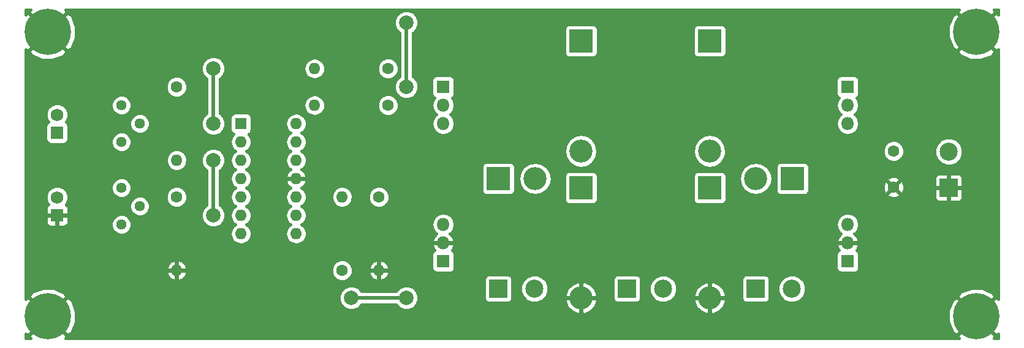
<source format=gtl>
G04 #@! TF.FileFunction,Copper,L1,Top,Signal*
%FSLAX46Y46*%
G04 Gerber Fmt 4.6, Leading zero omitted, Abs format (unit mm)*
G04 Created by KiCad (PCBNEW 4.0.7+dfsg1-1) date Sun May 13 22:10:31 2018*
%MOMM*%
%LPD*%
G01*
G04 APERTURE LIST*
%ADD10C,0.100000*%
%ADD11R,2.500000X2.500000*%
%ADD12C,2.500000*%
%ADD13R,1.600000X1.600000*%
%ADD14O,1.600000X1.600000*%
%ADD15C,1.600000*%
%ADD16R,1.800000X1.800000*%
%ADD17O,1.800000X1.800000*%
%ADD18C,1.440000*%
%ADD19R,1.750000X1.750000*%
%ADD20C,1.750000*%
%ADD21R,3.200000X3.200000*%
%ADD22O,3.200000X3.200000*%
%ADD23C,6.400000*%
%ADD24C,2.000000*%
%ADD25C,0.500000*%
%ADD26C,0.381000*%
G04 APERTURE END LIST*
D10*
D11*
X127000000Y-64770000D03*
D12*
X132000000Y-64770000D03*
D13*
X55880000Y-41910000D03*
D14*
X63500000Y-57150000D03*
X55880000Y-44450000D03*
X63500000Y-54610000D03*
X55880000Y-46990000D03*
X63500000Y-52070000D03*
X55880000Y-49530000D03*
X63500000Y-49530000D03*
X55880000Y-52070000D03*
X63500000Y-46990000D03*
X55880000Y-54610000D03*
X63500000Y-44450000D03*
X55880000Y-57150000D03*
X63500000Y-41910000D03*
D11*
X153670000Y-50800000D03*
D12*
X153670000Y-45800000D03*
D15*
X146050000Y-45720000D03*
X146050000Y-50720000D03*
D11*
X109220000Y-64770000D03*
D12*
X114220000Y-64770000D03*
D16*
X83820000Y-36830000D03*
D17*
X83820000Y-39370000D03*
X83820000Y-41910000D03*
D16*
X139700000Y-36830000D03*
D17*
X139700000Y-39370000D03*
X139700000Y-41910000D03*
D16*
X83820000Y-60960000D03*
D17*
X83820000Y-58420000D03*
X83820000Y-55880000D03*
D16*
X139700000Y-60960000D03*
D17*
X139700000Y-58420000D03*
X139700000Y-55880000D03*
D15*
X46990000Y-36830000D03*
D14*
X46990000Y-46990000D03*
D15*
X46990000Y-52070000D03*
D14*
X46990000Y-62230000D03*
D15*
X69850000Y-62230000D03*
D14*
X69850000Y-52070000D03*
D15*
X74930000Y-52070000D03*
D14*
X74930000Y-62230000D03*
D18*
X39370000Y-39370000D03*
X41910000Y-41910000D03*
X39370000Y-44450000D03*
X39370000Y-50800000D03*
X41910000Y-53340000D03*
X39370000Y-55880000D03*
D11*
X91440000Y-64770000D03*
D12*
X96440000Y-64770000D03*
D19*
X30480000Y-43180000D03*
D20*
X30480000Y-40680000D03*
D19*
X30480000Y-54610000D03*
D20*
X30480000Y-52110000D03*
D21*
X91440000Y-49530000D03*
D22*
X96520000Y-49530000D03*
D21*
X132080000Y-49530000D03*
D22*
X127000000Y-49530000D03*
D21*
X102870000Y-30480000D03*
D22*
X102870000Y-45720000D03*
D21*
X120650000Y-30480000D03*
D22*
X120650000Y-45720000D03*
D21*
X102870000Y-50800000D03*
D22*
X102870000Y-66040000D03*
D21*
X120650000Y-50800000D03*
D22*
X120650000Y-66040000D03*
D23*
X29210000Y-29210000D03*
X157480000Y-29210000D03*
X29210000Y-68580000D03*
X157480000Y-68580000D03*
D15*
X76200000Y-34290000D03*
D14*
X66040000Y-34290000D03*
D15*
X76200000Y-39370000D03*
D14*
X66040000Y-39370000D03*
D24*
X78740000Y-36830000D03*
X78740000Y-27940000D03*
X52070000Y-46990000D03*
X52070000Y-54610000D03*
X52070000Y-34290000D03*
X52070000Y-41910000D03*
X71120000Y-66040000D03*
X78740000Y-66040000D03*
D25*
X78740000Y-27940000D02*
X78740000Y-36830000D01*
X52070000Y-46990000D02*
X52070000Y-54610000D01*
X52070000Y-34290000D02*
X52070000Y-41910000D01*
X78740000Y-66040000D02*
X71120000Y-66040000D01*
D26*
G36*
X26568094Y-26478291D02*
X29210000Y-29120197D01*
X31851906Y-26478291D01*
X31625775Y-26148500D01*
X155064225Y-26148500D01*
X154838094Y-26478291D01*
X157480000Y-29120197D01*
X160121906Y-26478291D01*
X159895775Y-26148500D01*
X160541500Y-26148500D01*
X160541500Y-26794225D01*
X160211709Y-26568094D01*
X157569803Y-29210000D01*
X160211709Y-31851906D01*
X160541500Y-31625775D01*
X160541500Y-66164225D01*
X160211709Y-65938094D01*
X157569803Y-68580000D01*
X160211709Y-71221906D01*
X160541500Y-70995775D01*
X160541500Y-71641500D01*
X159895775Y-71641500D01*
X160121906Y-71311709D01*
X157480000Y-68669803D01*
X154838094Y-71311709D01*
X155064225Y-71641500D01*
X31625775Y-71641500D01*
X31851906Y-71311709D01*
X29210000Y-68669803D01*
X26568094Y-71311709D01*
X26794225Y-71641500D01*
X26148500Y-71641500D01*
X26148500Y-70995775D01*
X26478291Y-71221906D01*
X29120197Y-68580000D01*
X29299803Y-68580000D01*
X31941709Y-71221906D01*
X32462656Y-70864703D01*
X33089380Y-69446053D01*
X33093611Y-69264446D01*
X153564496Y-69264446D01*
X154124472Y-70710744D01*
X154227344Y-70864703D01*
X154748291Y-71221906D01*
X157390197Y-68580000D01*
X154748291Y-65938094D01*
X154227344Y-66295297D01*
X153600620Y-67713947D01*
X153564496Y-69264446D01*
X33093611Y-69264446D01*
X33125504Y-67895554D01*
X32565528Y-66449256D01*
X32516828Y-66376370D01*
X69421205Y-66376370D01*
X69679242Y-67000866D01*
X70156621Y-67479079D01*
X70780665Y-67738205D01*
X71456370Y-67738795D01*
X72080866Y-67480758D01*
X72559079Y-67003379D01*
X72565257Y-66988500D01*
X77294132Y-66988500D01*
X77299242Y-67000866D01*
X77776621Y-67479079D01*
X78400665Y-67738205D01*
X79076370Y-67738795D01*
X79700866Y-67480758D01*
X80179079Y-67003379D01*
X80438205Y-66379335D01*
X80438795Y-65703630D01*
X80180758Y-65079134D01*
X79703379Y-64600921D01*
X79079335Y-64341795D01*
X78403630Y-64341205D01*
X77779134Y-64599242D01*
X77300921Y-65076621D01*
X77294743Y-65091500D01*
X72565868Y-65091500D01*
X72560758Y-65079134D01*
X72083379Y-64600921D01*
X71459335Y-64341795D01*
X70783630Y-64341205D01*
X70159134Y-64599242D01*
X69680921Y-65076621D01*
X69421795Y-65700665D01*
X69421205Y-66376370D01*
X32516828Y-66376370D01*
X32462656Y-66295297D01*
X31941709Y-65938094D01*
X29299803Y-68580000D01*
X29120197Y-68580000D01*
X26478291Y-65938094D01*
X26148500Y-66164225D01*
X26148500Y-65848291D01*
X26568094Y-65848291D01*
X29210000Y-68490197D01*
X31851906Y-65848291D01*
X31494703Y-65327344D01*
X30076053Y-64700620D01*
X28525554Y-64664496D01*
X27079256Y-65224472D01*
X26925297Y-65327344D01*
X26568094Y-65848291D01*
X26148500Y-65848291D01*
X26148500Y-62526925D01*
X45521207Y-62526925D01*
X45746640Y-63066406D01*
X46161364Y-63478552D01*
X46693075Y-63698788D01*
X46926500Y-63552351D01*
X46926500Y-62293500D01*
X47053500Y-62293500D01*
X47053500Y-63552351D01*
X47286925Y-63698788D01*
X47818636Y-63478552D01*
X48233360Y-63066406D01*
X48458793Y-62526925D01*
X48458691Y-62526762D01*
X68351241Y-62526762D01*
X68578893Y-63077723D01*
X69000060Y-63499625D01*
X69550622Y-63728239D01*
X70146762Y-63728759D01*
X70697723Y-63501107D01*
X71119625Y-63079940D01*
X71348239Y-62529378D01*
X71348241Y-62526925D01*
X73461207Y-62526925D01*
X73686640Y-63066406D01*
X74101364Y-63478552D01*
X74633075Y-63698788D01*
X74866500Y-63552351D01*
X74866500Y-62293500D01*
X74993500Y-62293500D01*
X74993500Y-63552351D01*
X75226925Y-63698788D01*
X75658568Y-63520000D01*
X89477816Y-63520000D01*
X89477816Y-66020000D01*
X89526522Y-66278849D01*
X89679501Y-66516585D01*
X89912921Y-66676074D01*
X90190000Y-66732184D01*
X92690000Y-66732184D01*
X92948849Y-66683478D01*
X93186585Y-66530499D01*
X93346074Y-66297079D01*
X93402184Y-66020000D01*
X93402184Y-65155880D01*
X94491163Y-65155880D01*
X94787179Y-65872294D01*
X95334823Y-66420894D01*
X96050719Y-66718161D01*
X96825880Y-66718837D01*
X97447120Y-66462146D01*
X100610595Y-66462146D01*
X100944130Y-67294649D01*
X101570862Y-67936143D01*
X102395376Y-68288966D01*
X102447854Y-68299402D01*
X102806500Y-68162926D01*
X102806500Y-66103500D01*
X102933500Y-66103500D01*
X102933500Y-68162926D01*
X103292146Y-68299402D01*
X103344624Y-68288966D01*
X104169138Y-67936143D01*
X104795870Y-67294649D01*
X105129405Y-66462146D01*
X104993001Y-66103500D01*
X102933500Y-66103500D01*
X102806500Y-66103500D01*
X100746999Y-66103500D01*
X100610595Y-66462146D01*
X97447120Y-66462146D01*
X97542294Y-66422821D01*
X98090894Y-65875177D01*
X98197744Y-65617854D01*
X100610595Y-65617854D01*
X100746999Y-65976500D01*
X102806500Y-65976500D01*
X102806500Y-63917074D01*
X102933500Y-63917074D01*
X102933500Y-65976500D01*
X104993001Y-65976500D01*
X105129405Y-65617854D01*
X104795870Y-64785351D01*
X104169138Y-64143857D01*
X103344624Y-63791034D01*
X103292146Y-63780598D01*
X102933500Y-63917074D01*
X102806500Y-63917074D01*
X102447854Y-63780598D01*
X102395376Y-63791034D01*
X101570862Y-64143857D01*
X100944130Y-64785351D01*
X100610595Y-65617854D01*
X98197744Y-65617854D01*
X98388161Y-65159281D01*
X98388837Y-64384120D01*
X98092821Y-63667706D01*
X97945373Y-63520000D01*
X107257816Y-63520000D01*
X107257816Y-66020000D01*
X107306522Y-66278849D01*
X107459501Y-66516585D01*
X107692921Y-66676074D01*
X107970000Y-66732184D01*
X110470000Y-66732184D01*
X110728849Y-66683478D01*
X110966585Y-66530499D01*
X111126074Y-66297079D01*
X111182184Y-66020000D01*
X111182184Y-65155880D01*
X112271163Y-65155880D01*
X112567179Y-65872294D01*
X113114823Y-66420894D01*
X113830719Y-66718161D01*
X114605880Y-66718837D01*
X115227120Y-66462146D01*
X118390595Y-66462146D01*
X118724130Y-67294649D01*
X119350862Y-67936143D01*
X120175376Y-68288966D01*
X120227854Y-68299402D01*
X120586500Y-68162926D01*
X120586500Y-66103500D01*
X120713500Y-66103500D01*
X120713500Y-68162926D01*
X121072146Y-68299402D01*
X121124624Y-68288966D01*
X121949138Y-67936143D01*
X122575870Y-67294649D01*
X122909405Y-66462146D01*
X122773001Y-66103500D01*
X120713500Y-66103500D01*
X120586500Y-66103500D01*
X118526999Y-66103500D01*
X118390595Y-66462146D01*
X115227120Y-66462146D01*
X115322294Y-66422821D01*
X115870894Y-65875177D01*
X115977744Y-65617854D01*
X118390595Y-65617854D01*
X118526999Y-65976500D01*
X120586500Y-65976500D01*
X120586500Y-63917074D01*
X120713500Y-63917074D01*
X120713500Y-65976500D01*
X122773001Y-65976500D01*
X122909405Y-65617854D01*
X122575870Y-64785351D01*
X121949138Y-64143857D01*
X121124624Y-63791034D01*
X121072146Y-63780598D01*
X120713500Y-63917074D01*
X120586500Y-63917074D01*
X120227854Y-63780598D01*
X120175376Y-63791034D01*
X119350862Y-64143857D01*
X118724130Y-64785351D01*
X118390595Y-65617854D01*
X115977744Y-65617854D01*
X116168161Y-65159281D01*
X116168837Y-64384120D01*
X115872821Y-63667706D01*
X115725373Y-63520000D01*
X125037816Y-63520000D01*
X125037816Y-66020000D01*
X125086522Y-66278849D01*
X125239501Y-66516585D01*
X125472921Y-66676074D01*
X125750000Y-66732184D01*
X128250000Y-66732184D01*
X128508849Y-66683478D01*
X128746585Y-66530499D01*
X128906074Y-66297079D01*
X128962184Y-66020000D01*
X128962184Y-65155880D01*
X130051163Y-65155880D01*
X130347179Y-65872294D01*
X130894823Y-66420894D01*
X131610719Y-66718161D01*
X132385880Y-66718837D01*
X133102294Y-66422821D01*
X133650894Y-65875177D01*
X133662058Y-65848291D01*
X154838094Y-65848291D01*
X157480000Y-68490197D01*
X160121906Y-65848291D01*
X159764703Y-65327344D01*
X158346053Y-64700620D01*
X156795554Y-64664496D01*
X155349256Y-65224472D01*
X155195297Y-65327344D01*
X154838094Y-65848291D01*
X133662058Y-65848291D01*
X133948161Y-65159281D01*
X133948837Y-64384120D01*
X133652821Y-63667706D01*
X133105177Y-63119106D01*
X132389281Y-62821839D01*
X131614120Y-62821163D01*
X130897706Y-63117179D01*
X130349106Y-63664823D01*
X130051839Y-64380719D01*
X130051163Y-65155880D01*
X128962184Y-65155880D01*
X128962184Y-63520000D01*
X128913478Y-63261151D01*
X128760499Y-63023415D01*
X128527079Y-62863926D01*
X128250000Y-62807816D01*
X125750000Y-62807816D01*
X125491151Y-62856522D01*
X125253415Y-63009501D01*
X125093926Y-63242921D01*
X125037816Y-63520000D01*
X115725373Y-63520000D01*
X115325177Y-63119106D01*
X114609281Y-62821839D01*
X113834120Y-62821163D01*
X113117706Y-63117179D01*
X112569106Y-63664823D01*
X112271839Y-64380719D01*
X112271163Y-65155880D01*
X111182184Y-65155880D01*
X111182184Y-63520000D01*
X111133478Y-63261151D01*
X110980499Y-63023415D01*
X110747079Y-62863926D01*
X110470000Y-62807816D01*
X107970000Y-62807816D01*
X107711151Y-62856522D01*
X107473415Y-63009501D01*
X107313926Y-63242921D01*
X107257816Y-63520000D01*
X97945373Y-63520000D01*
X97545177Y-63119106D01*
X96829281Y-62821839D01*
X96054120Y-62821163D01*
X95337706Y-63117179D01*
X94789106Y-63664823D01*
X94491839Y-64380719D01*
X94491163Y-65155880D01*
X93402184Y-65155880D01*
X93402184Y-63520000D01*
X93353478Y-63261151D01*
X93200499Y-63023415D01*
X92967079Y-62863926D01*
X92690000Y-62807816D01*
X90190000Y-62807816D01*
X89931151Y-62856522D01*
X89693415Y-63009501D01*
X89533926Y-63242921D01*
X89477816Y-63520000D01*
X75658568Y-63520000D01*
X75758636Y-63478552D01*
X76173360Y-63066406D01*
X76398793Y-62526925D01*
X76252534Y-62293500D01*
X74993500Y-62293500D01*
X74866500Y-62293500D01*
X73607466Y-62293500D01*
X73461207Y-62526925D01*
X71348241Y-62526925D01*
X71348759Y-61933238D01*
X71348692Y-61933075D01*
X73461207Y-61933075D01*
X73607466Y-62166500D01*
X74866500Y-62166500D01*
X74866500Y-60907649D01*
X74993500Y-60907649D01*
X74993500Y-62166500D01*
X76252534Y-62166500D01*
X76398793Y-61933075D01*
X76173360Y-61393594D01*
X75758636Y-60981448D01*
X75226925Y-60761212D01*
X74993500Y-60907649D01*
X74866500Y-60907649D01*
X74633075Y-60761212D01*
X74101364Y-60981448D01*
X73686640Y-61393594D01*
X73461207Y-61933075D01*
X71348692Y-61933075D01*
X71121107Y-61382277D01*
X70699940Y-60960375D01*
X70149378Y-60731761D01*
X69553238Y-60731241D01*
X69002277Y-60958893D01*
X68580375Y-61380060D01*
X68351761Y-61930622D01*
X68351241Y-62526762D01*
X48458691Y-62526762D01*
X48312534Y-62293500D01*
X47053500Y-62293500D01*
X46926500Y-62293500D01*
X45667466Y-62293500D01*
X45521207Y-62526925D01*
X26148500Y-62526925D01*
X26148500Y-61933075D01*
X45521207Y-61933075D01*
X45667466Y-62166500D01*
X46926500Y-62166500D01*
X46926500Y-60907649D01*
X47053500Y-60907649D01*
X47053500Y-62166500D01*
X48312534Y-62166500D01*
X48458793Y-61933075D01*
X48233360Y-61393594D01*
X47818636Y-60981448D01*
X47286925Y-60761212D01*
X47053500Y-60907649D01*
X46926500Y-60907649D01*
X46693075Y-60761212D01*
X46161364Y-60981448D01*
X45746640Y-61393594D01*
X45521207Y-61933075D01*
X26148500Y-61933075D01*
X26148500Y-60060000D01*
X82207816Y-60060000D01*
X82207816Y-61860000D01*
X82256522Y-62118849D01*
X82409501Y-62356585D01*
X82642921Y-62516074D01*
X82920000Y-62572184D01*
X84720000Y-62572184D01*
X84978849Y-62523478D01*
X85216585Y-62370499D01*
X85376074Y-62137079D01*
X85432184Y-61860000D01*
X85432184Y-60060000D01*
X138087816Y-60060000D01*
X138087816Y-61860000D01*
X138136522Y-62118849D01*
X138289501Y-62356585D01*
X138522921Y-62516074D01*
X138800000Y-62572184D01*
X140600000Y-62572184D01*
X140858849Y-62523478D01*
X141096585Y-62370499D01*
X141256074Y-62137079D01*
X141312184Y-61860000D01*
X141312184Y-60060000D01*
X141263478Y-59801151D01*
X141110499Y-59563415D01*
X140910514Y-59426771D01*
X141028695Y-59308700D01*
X141267645Y-58732582D01*
X141122618Y-58483500D01*
X139763500Y-58483500D01*
X139763500Y-58503500D01*
X139636500Y-58503500D01*
X139636500Y-58483500D01*
X138277382Y-58483500D01*
X138132355Y-58732582D01*
X138371305Y-59308700D01*
X138491310Y-59428594D01*
X138303415Y-59549501D01*
X138143926Y-59782921D01*
X138087816Y-60060000D01*
X85432184Y-60060000D01*
X85383478Y-59801151D01*
X85230499Y-59563415D01*
X85030514Y-59426771D01*
X85148695Y-59308700D01*
X85387645Y-58732582D01*
X85242618Y-58483500D01*
X83883500Y-58483500D01*
X83883500Y-58503500D01*
X83756500Y-58503500D01*
X83756500Y-58483500D01*
X82397382Y-58483500D01*
X82252355Y-58732582D01*
X82491305Y-59308700D01*
X82611310Y-59428594D01*
X82423415Y-59549501D01*
X82263926Y-59782921D01*
X82207816Y-60060000D01*
X26148500Y-60060000D01*
X26148500Y-54848125D01*
X28906500Y-54848125D01*
X28906500Y-55623940D01*
X29012840Y-55880668D01*
X29209331Y-56077160D01*
X29466059Y-56183500D01*
X30241875Y-56183500D01*
X30416500Y-56008875D01*
X30416500Y-54673500D01*
X30543500Y-54673500D01*
X30543500Y-56008875D01*
X30718125Y-56183500D01*
X31493941Y-56183500D01*
X31548456Y-56160919D01*
X37951254Y-56160919D01*
X38166753Y-56682466D01*
X38565435Y-57081845D01*
X39086605Y-57298253D01*
X39650919Y-57298746D01*
X40172466Y-57083247D01*
X40571845Y-56684565D01*
X40788253Y-56163395D01*
X40788746Y-55599081D01*
X40573247Y-55077534D01*
X40174565Y-54678155D01*
X39653395Y-54461747D01*
X39089081Y-54461254D01*
X38567534Y-54676753D01*
X38168155Y-55075435D01*
X37951747Y-55596605D01*
X37951254Y-56160919D01*
X31548456Y-56160919D01*
X31750669Y-56077160D01*
X31947160Y-55880668D01*
X32053500Y-55623940D01*
X32053500Y-54848125D01*
X31878875Y-54673500D01*
X30543500Y-54673500D01*
X30416500Y-54673500D01*
X29081125Y-54673500D01*
X28906500Y-54848125D01*
X26148500Y-54848125D01*
X26148500Y-52421615D01*
X28906227Y-52421615D01*
X29145274Y-53000152D01*
X29264784Y-53119871D01*
X29209331Y-53142840D01*
X29012840Y-53339332D01*
X28906500Y-53596060D01*
X28906500Y-54371875D01*
X29081125Y-54546500D01*
X30416500Y-54546500D01*
X30416500Y-54526500D01*
X30543500Y-54526500D01*
X30543500Y-54546500D01*
X31878875Y-54546500D01*
X32053500Y-54371875D01*
X32053500Y-53620919D01*
X40491254Y-53620919D01*
X40706753Y-54142466D01*
X41105435Y-54541845D01*
X41626605Y-54758253D01*
X42190919Y-54758746D01*
X42712466Y-54543247D01*
X43111845Y-54144565D01*
X43328253Y-53623395D01*
X43328746Y-53059081D01*
X43113247Y-52537534D01*
X42942774Y-52366762D01*
X45491241Y-52366762D01*
X45718893Y-52917723D01*
X46140060Y-53339625D01*
X46690622Y-53568239D01*
X47286762Y-53568759D01*
X47837723Y-53341107D01*
X48259625Y-52919940D01*
X48488239Y-52369378D01*
X48488759Y-51773238D01*
X48261107Y-51222277D01*
X47839940Y-50800375D01*
X47289378Y-50571761D01*
X46693238Y-50571241D01*
X46142277Y-50798893D01*
X45720375Y-51220060D01*
X45491761Y-51770622D01*
X45491241Y-52366762D01*
X42942774Y-52366762D01*
X42714565Y-52138155D01*
X42193395Y-51921747D01*
X41629081Y-51921254D01*
X41107534Y-52136753D01*
X40708155Y-52535435D01*
X40491747Y-53056605D01*
X40491254Y-53620919D01*
X32053500Y-53620919D01*
X32053500Y-53596060D01*
X31947160Y-53339332D01*
X31750669Y-53142840D01*
X31695470Y-53119976D01*
X31813171Y-53002480D01*
X32053227Y-52424362D01*
X32053773Y-51798385D01*
X31814726Y-51219848D01*
X31676040Y-51080919D01*
X37951254Y-51080919D01*
X38166753Y-51602466D01*
X38565435Y-52001845D01*
X39086605Y-52218253D01*
X39650919Y-52218746D01*
X40172466Y-52003247D01*
X40571845Y-51604565D01*
X40788253Y-51083395D01*
X40788746Y-50519081D01*
X40573247Y-49997534D01*
X40174565Y-49598155D01*
X39653395Y-49381747D01*
X39089081Y-49381254D01*
X38567534Y-49596753D01*
X38168155Y-49995435D01*
X37951747Y-50516605D01*
X37951254Y-51080919D01*
X31676040Y-51080919D01*
X31372480Y-50776829D01*
X30794362Y-50536773D01*
X30168385Y-50536227D01*
X29589848Y-50775274D01*
X29146829Y-51217520D01*
X28906773Y-51795638D01*
X28906227Y-52421615D01*
X26148500Y-52421615D01*
X26148500Y-46960643D01*
X45491500Y-46960643D01*
X45491500Y-47019357D01*
X45605567Y-47592808D01*
X45930400Y-48078957D01*
X46416549Y-48403790D01*
X46990000Y-48517857D01*
X47563451Y-48403790D01*
X48049600Y-48078957D01*
X48374433Y-47592808D01*
X48427431Y-47326370D01*
X50371205Y-47326370D01*
X50629242Y-47950866D01*
X51106621Y-48429079D01*
X51121500Y-48435257D01*
X51121500Y-53164132D01*
X51109134Y-53169242D01*
X50630921Y-53646621D01*
X50371795Y-54270665D01*
X50371205Y-54946370D01*
X50629242Y-55570866D01*
X51106621Y-56049079D01*
X51730665Y-56308205D01*
X52406370Y-56308795D01*
X53030866Y-56050758D01*
X53509079Y-55573379D01*
X53768205Y-54949335D01*
X53768795Y-54273630D01*
X53510758Y-53649134D01*
X53033379Y-53170921D01*
X53018500Y-53164743D01*
X53018500Y-48435868D01*
X53030866Y-48430758D01*
X53509079Y-47953379D01*
X53768205Y-47329335D01*
X53768795Y-46653630D01*
X53510758Y-46029134D01*
X53033379Y-45550921D01*
X52409335Y-45291795D01*
X51733630Y-45291205D01*
X51109134Y-45549242D01*
X50630921Y-46026621D01*
X50371795Y-46650665D01*
X50371205Y-47326370D01*
X48427431Y-47326370D01*
X48488500Y-47019357D01*
X48488500Y-46960643D01*
X48374433Y-46387192D01*
X48049600Y-45901043D01*
X47563451Y-45576210D01*
X46990000Y-45462143D01*
X46416549Y-45576210D01*
X45930400Y-45901043D01*
X45605567Y-46387192D01*
X45491500Y-46960643D01*
X26148500Y-46960643D01*
X26148500Y-42305000D01*
X28892816Y-42305000D01*
X28892816Y-44055000D01*
X28941522Y-44313849D01*
X29094501Y-44551585D01*
X29327921Y-44711074D01*
X29605000Y-44767184D01*
X31355000Y-44767184D01*
X31547731Y-44730919D01*
X37951254Y-44730919D01*
X38166753Y-45252466D01*
X38565435Y-45651845D01*
X39086605Y-45868253D01*
X39650919Y-45868746D01*
X40172466Y-45653247D01*
X40571845Y-45254565D01*
X40788253Y-44733395D01*
X40788500Y-44450000D01*
X54352143Y-44450000D01*
X54466210Y-45023451D01*
X54791043Y-45509600D01*
X55105930Y-45720000D01*
X54791043Y-45930400D01*
X54466210Y-46416549D01*
X54352143Y-46990000D01*
X54466210Y-47563451D01*
X54791043Y-48049600D01*
X55105930Y-48260000D01*
X54791043Y-48470400D01*
X54466210Y-48956549D01*
X54352143Y-49530000D01*
X54466210Y-50103451D01*
X54791043Y-50589600D01*
X55105930Y-50800000D01*
X54791043Y-51010400D01*
X54466210Y-51496549D01*
X54352143Y-52070000D01*
X54466210Y-52643451D01*
X54791043Y-53129600D01*
X55105930Y-53340000D01*
X54791043Y-53550400D01*
X54466210Y-54036549D01*
X54352143Y-54610000D01*
X54466210Y-55183451D01*
X54791043Y-55669600D01*
X55105930Y-55880000D01*
X54791043Y-56090400D01*
X54466210Y-56576549D01*
X54352143Y-57150000D01*
X54466210Y-57723451D01*
X54791043Y-58209600D01*
X55277192Y-58534433D01*
X55850643Y-58648500D01*
X55909357Y-58648500D01*
X56482808Y-58534433D01*
X56968957Y-58209600D01*
X57293790Y-57723451D01*
X57407857Y-57150000D01*
X57293790Y-56576549D01*
X56968957Y-56090400D01*
X56654070Y-55880000D01*
X56968957Y-55669600D01*
X57293790Y-55183451D01*
X57407857Y-54610000D01*
X57293790Y-54036549D01*
X56968957Y-53550400D01*
X56654070Y-53340000D01*
X56968957Y-53129600D01*
X57293790Y-52643451D01*
X57407857Y-52070000D01*
X61972143Y-52070000D01*
X62086210Y-52643451D01*
X62411043Y-53129600D01*
X62725930Y-53340000D01*
X62411043Y-53550400D01*
X62086210Y-54036549D01*
X61972143Y-54610000D01*
X62086210Y-55183451D01*
X62411043Y-55669600D01*
X62725930Y-55880000D01*
X62411043Y-56090400D01*
X62086210Y-56576549D01*
X61972143Y-57150000D01*
X62086210Y-57723451D01*
X62411043Y-58209600D01*
X62897192Y-58534433D01*
X63470643Y-58648500D01*
X63529357Y-58648500D01*
X64102808Y-58534433D01*
X64588957Y-58209600D01*
X64913790Y-57723451D01*
X65027857Y-57150000D01*
X64913790Y-56576549D01*
X64588957Y-56090400D01*
X64274070Y-55880000D01*
X64320937Y-55848684D01*
X82221500Y-55848684D01*
X82221500Y-55911316D01*
X82343179Y-56523035D01*
X82689690Y-57041626D01*
X82864513Y-57158439D01*
X82491305Y-57531300D01*
X82252355Y-58107418D01*
X82397382Y-58356500D01*
X83756500Y-58356500D01*
X83756500Y-58336500D01*
X83883500Y-58336500D01*
X83883500Y-58356500D01*
X85242618Y-58356500D01*
X85387645Y-58107418D01*
X85148695Y-57531300D01*
X84775487Y-57158439D01*
X84950310Y-57041626D01*
X85296821Y-56523035D01*
X85418500Y-55911316D01*
X85418500Y-55848684D01*
X138101500Y-55848684D01*
X138101500Y-55911316D01*
X138223179Y-56523035D01*
X138569690Y-57041626D01*
X138744513Y-57158439D01*
X138371305Y-57531300D01*
X138132355Y-58107418D01*
X138277382Y-58356500D01*
X139636500Y-58356500D01*
X139636500Y-58336500D01*
X139763500Y-58336500D01*
X139763500Y-58356500D01*
X141122618Y-58356500D01*
X141267645Y-58107418D01*
X141028695Y-57531300D01*
X140655487Y-57158439D01*
X140830310Y-57041626D01*
X141176821Y-56523035D01*
X141298500Y-55911316D01*
X141298500Y-55848684D01*
X141176821Y-55236965D01*
X140830310Y-54718374D01*
X140311719Y-54371863D01*
X139700000Y-54250184D01*
X139088281Y-54371863D01*
X138569690Y-54718374D01*
X138223179Y-55236965D01*
X138101500Y-55848684D01*
X85418500Y-55848684D01*
X85296821Y-55236965D01*
X84950310Y-54718374D01*
X84431719Y-54371863D01*
X83820000Y-54250184D01*
X83208281Y-54371863D01*
X82689690Y-54718374D01*
X82343179Y-55236965D01*
X82221500Y-55848684D01*
X64320937Y-55848684D01*
X64588957Y-55669600D01*
X64913790Y-55183451D01*
X65027857Y-54610000D01*
X64913790Y-54036549D01*
X64588957Y-53550400D01*
X64274070Y-53340000D01*
X64588957Y-53129600D01*
X64913790Y-52643451D01*
X65027857Y-52070000D01*
X65022018Y-52040643D01*
X68351500Y-52040643D01*
X68351500Y-52099357D01*
X68465567Y-52672808D01*
X68790400Y-53158957D01*
X69276549Y-53483790D01*
X69850000Y-53597857D01*
X70423451Y-53483790D01*
X70909600Y-53158957D01*
X71234433Y-52672808D01*
X71295309Y-52366762D01*
X73431241Y-52366762D01*
X73658893Y-52917723D01*
X74080060Y-53339625D01*
X74630622Y-53568239D01*
X75226762Y-53568759D01*
X75777723Y-53341107D01*
X76199625Y-52919940D01*
X76428239Y-52369378D01*
X76428759Y-51773238D01*
X76201107Y-51222277D01*
X75779940Y-50800375D01*
X75229378Y-50571761D01*
X74633238Y-50571241D01*
X74082277Y-50798893D01*
X73660375Y-51220060D01*
X73431761Y-51770622D01*
X73431241Y-52366762D01*
X71295309Y-52366762D01*
X71348500Y-52099357D01*
X71348500Y-52040643D01*
X71234433Y-51467192D01*
X70909600Y-50981043D01*
X70423451Y-50656210D01*
X69850000Y-50542143D01*
X69276549Y-50656210D01*
X68790400Y-50981043D01*
X68465567Y-51467192D01*
X68351500Y-52040643D01*
X65022018Y-52040643D01*
X64913790Y-51496549D01*
X64588957Y-51010400D01*
X64273525Y-50799636D01*
X64336406Y-50773360D01*
X64748552Y-50358636D01*
X64968788Y-49826925D01*
X64822351Y-49593500D01*
X63563500Y-49593500D01*
X63563500Y-49613500D01*
X63436500Y-49613500D01*
X63436500Y-49593500D01*
X62177649Y-49593500D01*
X62031212Y-49826925D01*
X62251448Y-50358636D01*
X62663594Y-50773360D01*
X62726475Y-50799636D01*
X62411043Y-51010400D01*
X62086210Y-51496549D01*
X61972143Y-52070000D01*
X57407857Y-52070000D01*
X57293790Y-51496549D01*
X56968957Y-51010400D01*
X56654070Y-50800000D01*
X56968957Y-50589600D01*
X57293790Y-50103451D01*
X57407857Y-49530000D01*
X57293790Y-48956549D01*
X56968957Y-48470400D01*
X56654070Y-48260000D01*
X56968957Y-48049600D01*
X57293790Y-47563451D01*
X57407857Y-46990000D01*
X57293790Y-46416549D01*
X56968957Y-45930400D01*
X56654070Y-45720000D01*
X56968957Y-45509600D01*
X57293790Y-45023451D01*
X57407857Y-44450000D01*
X57293790Y-43876549D01*
X56968957Y-43390400D01*
X56941285Y-43371910D01*
X57176585Y-43220499D01*
X57336074Y-42987079D01*
X57392184Y-42710000D01*
X57392184Y-41910000D01*
X61972143Y-41910000D01*
X62086210Y-42483451D01*
X62411043Y-42969600D01*
X62725930Y-43180000D01*
X62411043Y-43390400D01*
X62086210Y-43876549D01*
X61972143Y-44450000D01*
X62086210Y-45023451D01*
X62411043Y-45509600D01*
X62725930Y-45720000D01*
X62411043Y-45930400D01*
X62086210Y-46416549D01*
X61972143Y-46990000D01*
X62086210Y-47563451D01*
X62411043Y-48049600D01*
X62726475Y-48260364D01*
X62663594Y-48286640D01*
X62251448Y-48701364D01*
X62031212Y-49233075D01*
X62177649Y-49466500D01*
X63436500Y-49466500D01*
X63436500Y-49446500D01*
X63563500Y-49446500D01*
X63563500Y-49466500D01*
X64822351Y-49466500D01*
X64968788Y-49233075D01*
X64748552Y-48701364D01*
X64336406Y-48286640D01*
X64273525Y-48260364D01*
X64588957Y-48049600D01*
X64668870Y-47930000D01*
X89127816Y-47930000D01*
X89127816Y-51130000D01*
X89176522Y-51388849D01*
X89329501Y-51626585D01*
X89562921Y-51786074D01*
X89840000Y-51842184D01*
X93040000Y-51842184D01*
X93298849Y-51793478D01*
X93536585Y-51640499D01*
X93696074Y-51407079D01*
X93752184Y-51130000D01*
X93752184Y-49530000D01*
X94176470Y-49530000D01*
X94351433Y-50409598D01*
X94849685Y-51155285D01*
X95595372Y-51653537D01*
X96474970Y-51828500D01*
X96565030Y-51828500D01*
X97444628Y-51653537D01*
X98190315Y-51155285D01*
X98688567Y-50409598D01*
X98863530Y-49530000D01*
X98797889Y-49200000D01*
X100557816Y-49200000D01*
X100557816Y-52400000D01*
X100606522Y-52658849D01*
X100759501Y-52896585D01*
X100992921Y-53056074D01*
X101270000Y-53112184D01*
X104470000Y-53112184D01*
X104728849Y-53063478D01*
X104966585Y-52910499D01*
X105126074Y-52677079D01*
X105182184Y-52400000D01*
X105182184Y-49200000D01*
X118337816Y-49200000D01*
X118337816Y-52400000D01*
X118386522Y-52658849D01*
X118539501Y-52896585D01*
X118772921Y-53056074D01*
X119050000Y-53112184D01*
X122250000Y-53112184D01*
X122508849Y-53063478D01*
X122746585Y-52910499D01*
X122906074Y-52677079D01*
X122962184Y-52400000D01*
X122962184Y-49530000D01*
X124656470Y-49530000D01*
X124831433Y-50409598D01*
X125329685Y-51155285D01*
X126075372Y-51653537D01*
X126954970Y-51828500D01*
X127045030Y-51828500D01*
X127924628Y-51653537D01*
X128670315Y-51155285D01*
X129168567Y-50409598D01*
X129343530Y-49530000D01*
X129168567Y-48650402D01*
X128687210Y-47930000D01*
X129767816Y-47930000D01*
X129767816Y-51130000D01*
X129816522Y-51388849D01*
X129969501Y-51626585D01*
X130202921Y-51786074D01*
X130480000Y-51842184D01*
X133680000Y-51842184D01*
X133938849Y-51793478D01*
X134051907Y-51720727D01*
X145139076Y-51720727D01*
X145204097Y-51992318D01*
X145755383Y-52219182D01*
X146351522Y-52217809D01*
X146895903Y-51992318D01*
X146960924Y-51720727D01*
X146050000Y-50809803D01*
X145139076Y-51720727D01*
X134051907Y-51720727D01*
X134176585Y-51640499D01*
X134336074Y-51407079D01*
X134392184Y-51130000D01*
X134392184Y-50425383D01*
X144550818Y-50425383D01*
X144552191Y-51021522D01*
X144777682Y-51565903D01*
X145049273Y-51630924D01*
X145960197Y-50720000D01*
X146139803Y-50720000D01*
X147050727Y-51630924D01*
X147322318Y-51565903D01*
X147539508Y-51038125D01*
X151721500Y-51038125D01*
X151721500Y-52188940D01*
X151827840Y-52445668D01*
X152024331Y-52642160D01*
X152281059Y-52748500D01*
X153431875Y-52748500D01*
X153606500Y-52573875D01*
X153606500Y-50863500D01*
X153733500Y-50863500D01*
X153733500Y-52573875D01*
X153908125Y-52748500D01*
X155058941Y-52748500D01*
X155315669Y-52642160D01*
X155512160Y-52445668D01*
X155618500Y-52188940D01*
X155618500Y-51038125D01*
X155443875Y-50863500D01*
X153733500Y-50863500D01*
X153606500Y-50863500D01*
X151896125Y-50863500D01*
X151721500Y-51038125D01*
X147539508Y-51038125D01*
X147549182Y-51014617D01*
X147547809Y-50418478D01*
X147322318Y-49874097D01*
X147050727Y-49809076D01*
X146139803Y-50720000D01*
X145960197Y-50720000D01*
X145049273Y-49809076D01*
X144777682Y-49874097D01*
X144550818Y-50425383D01*
X134392184Y-50425383D01*
X134392184Y-49719273D01*
X145139076Y-49719273D01*
X146050000Y-50630197D01*
X146960924Y-49719273D01*
X146895903Y-49447682D01*
X146806911Y-49411060D01*
X151721500Y-49411060D01*
X151721500Y-50561875D01*
X151896125Y-50736500D01*
X153606500Y-50736500D01*
X153606500Y-49026125D01*
X153733500Y-49026125D01*
X153733500Y-50736500D01*
X155443875Y-50736500D01*
X155618500Y-50561875D01*
X155618500Y-49411060D01*
X155512160Y-49154332D01*
X155315669Y-48957840D01*
X155058941Y-48851500D01*
X153908125Y-48851500D01*
X153733500Y-49026125D01*
X153606500Y-49026125D01*
X153431875Y-48851500D01*
X152281059Y-48851500D01*
X152024331Y-48957840D01*
X151827840Y-49154332D01*
X151721500Y-49411060D01*
X146806911Y-49411060D01*
X146344617Y-49220818D01*
X145748478Y-49222191D01*
X145204097Y-49447682D01*
X145139076Y-49719273D01*
X134392184Y-49719273D01*
X134392184Y-47930000D01*
X134343478Y-47671151D01*
X134190499Y-47433415D01*
X133957079Y-47273926D01*
X133680000Y-47217816D01*
X130480000Y-47217816D01*
X130221151Y-47266522D01*
X129983415Y-47419501D01*
X129823926Y-47652921D01*
X129767816Y-47930000D01*
X128687210Y-47930000D01*
X128670315Y-47904715D01*
X127924628Y-47406463D01*
X127045030Y-47231500D01*
X126954970Y-47231500D01*
X126075372Y-47406463D01*
X125329685Y-47904715D01*
X124831433Y-48650402D01*
X124656470Y-49530000D01*
X122962184Y-49530000D01*
X122962184Y-49200000D01*
X122913478Y-48941151D01*
X122760499Y-48703415D01*
X122527079Y-48543926D01*
X122250000Y-48487816D01*
X119050000Y-48487816D01*
X118791151Y-48536522D01*
X118553415Y-48689501D01*
X118393926Y-48922921D01*
X118337816Y-49200000D01*
X105182184Y-49200000D01*
X105133478Y-48941151D01*
X104980499Y-48703415D01*
X104747079Y-48543926D01*
X104470000Y-48487816D01*
X101270000Y-48487816D01*
X101011151Y-48536522D01*
X100773415Y-48689501D01*
X100613926Y-48922921D01*
X100557816Y-49200000D01*
X98797889Y-49200000D01*
X98688567Y-48650402D01*
X98190315Y-47904715D01*
X97444628Y-47406463D01*
X96565030Y-47231500D01*
X96474970Y-47231500D01*
X95595372Y-47406463D01*
X94849685Y-47904715D01*
X94351433Y-48650402D01*
X94176470Y-49530000D01*
X93752184Y-49530000D01*
X93752184Y-47930000D01*
X93703478Y-47671151D01*
X93550499Y-47433415D01*
X93317079Y-47273926D01*
X93040000Y-47217816D01*
X89840000Y-47217816D01*
X89581151Y-47266522D01*
X89343415Y-47419501D01*
X89183926Y-47652921D01*
X89127816Y-47930000D01*
X64668870Y-47930000D01*
X64913790Y-47563451D01*
X65027857Y-46990000D01*
X64913790Y-46416549D01*
X64588957Y-45930400D01*
X64274070Y-45720000D01*
X64341462Y-45674970D01*
X100571500Y-45674970D01*
X100571500Y-45765030D01*
X100746463Y-46644628D01*
X101244715Y-47390315D01*
X101990402Y-47888567D01*
X102870000Y-48063530D01*
X103749598Y-47888567D01*
X104495285Y-47390315D01*
X104993537Y-46644628D01*
X105168500Y-45765030D01*
X105168500Y-45674970D01*
X118351500Y-45674970D01*
X118351500Y-45765030D01*
X118526463Y-46644628D01*
X119024715Y-47390315D01*
X119770402Y-47888567D01*
X120650000Y-48063530D01*
X121529598Y-47888567D01*
X122275285Y-47390315D01*
X122773537Y-46644628D01*
X122898427Y-46016762D01*
X144551241Y-46016762D01*
X144778893Y-46567723D01*
X145200060Y-46989625D01*
X145750622Y-47218239D01*
X146346762Y-47218759D01*
X146897723Y-46991107D01*
X147319625Y-46569940D01*
X147479101Y-46185880D01*
X151721163Y-46185880D01*
X152017179Y-46902294D01*
X152564823Y-47450894D01*
X153280719Y-47748161D01*
X154055880Y-47748837D01*
X154772294Y-47452821D01*
X155320894Y-46905177D01*
X155618161Y-46189281D01*
X155618837Y-45414120D01*
X155322821Y-44697706D01*
X154775177Y-44149106D01*
X154059281Y-43851839D01*
X153284120Y-43851163D01*
X152567706Y-44147179D01*
X152019106Y-44694823D01*
X151721839Y-45410719D01*
X151721163Y-46185880D01*
X147479101Y-46185880D01*
X147548239Y-46019378D01*
X147548759Y-45423238D01*
X147321107Y-44872277D01*
X146899940Y-44450375D01*
X146349378Y-44221761D01*
X145753238Y-44221241D01*
X145202277Y-44448893D01*
X144780375Y-44870060D01*
X144551761Y-45420622D01*
X144551241Y-46016762D01*
X122898427Y-46016762D01*
X122948500Y-45765030D01*
X122948500Y-45674970D01*
X122773537Y-44795372D01*
X122275285Y-44049685D01*
X121529598Y-43551433D01*
X120650000Y-43376470D01*
X119770402Y-43551433D01*
X119024715Y-44049685D01*
X118526463Y-44795372D01*
X118351500Y-45674970D01*
X105168500Y-45674970D01*
X104993537Y-44795372D01*
X104495285Y-44049685D01*
X103749598Y-43551433D01*
X102870000Y-43376470D01*
X101990402Y-43551433D01*
X101244715Y-44049685D01*
X100746463Y-44795372D01*
X100571500Y-45674970D01*
X64341462Y-45674970D01*
X64588957Y-45509600D01*
X64913790Y-45023451D01*
X65027857Y-44450000D01*
X64913790Y-43876549D01*
X64588957Y-43390400D01*
X64274070Y-43180000D01*
X64588957Y-42969600D01*
X64913790Y-42483451D01*
X65027857Y-41910000D01*
X64913790Y-41336549D01*
X64588957Y-40850400D01*
X64102808Y-40525567D01*
X63529357Y-40411500D01*
X63470643Y-40411500D01*
X62897192Y-40525567D01*
X62411043Y-40850400D01*
X62086210Y-41336549D01*
X61972143Y-41910000D01*
X57392184Y-41910000D01*
X57392184Y-41110000D01*
X57343478Y-40851151D01*
X57190499Y-40613415D01*
X56957079Y-40453926D01*
X56680000Y-40397816D01*
X55080000Y-40397816D01*
X54821151Y-40446522D01*
X54583415Y-40599501D01*
X54423926Y-40832921D01*
X54367816Y-41110000D01*
X54367816Y-42710000D01*
X54416522Y-42968849D01*
X54569501Y-43206585D01*
X54802921Y-43366074D01*
X54821745Y-43369886D01*
X54791043Y-43390400D01*
X54466210Y-43876549D01*
X54352143Y-44450000D01*
X40788500Y-44450000D01*
X40788746Y-44169081D01*
X40573247Y-43647534D01*
X40174565Y-43248155D01*
X39653395Y-43031747D01*
X39089081Y-43031254D01*
X38567534Y-43246753D01*
X38168155Y-43645435D01*
X37951747Y-44166605D01*
X37951254Y-44730919D01*
X31547731Y-44730919D01*
X31613849Y-44718478D01*
X31851585Y-44565499D01*
X32011074Y-44332079D01*
X32067184Y-44055000D01*
X32067184Y-42305000D01*
X32045719Y-42190919D01*
X40491254Y-42190919D01*
X40706753Y-42712466D01*
X41105435Y-43111845D01*
X41626605Y-43328253D01*
X42190919Y-43328746D01*
X42712466Y-43113247D01*
X43111845Y-42714565D01*
X43328253Y-42193395D01*
X43328746Y-41629081D01*
X43113247Y-41107534D01*
X42714565Y-40708155D01*
X42193395Y-40491747D01*
X41629081Y-40491254D01*
X41107534Y-40706753D01*
X40708155Y-41105435D01*
X40491747Y-41626605D01*
X40491254Y-42190919D01*
X32045719Y-42190919D01*
X32018478Y-42046151D01*
X31865499Y-41808415D01*
X31694124Y-41691319D01*
X31813171Y-41572480D01*
X32053227Y-40994362D01*
X32053773Y-40368385D01*
X31814726Y-39789848D01*
X31676040Y-39650919D01*
X37951254Y-39650919D01*
X38166753Y-40172466D01*
X38565435Y-40571845D01*
X39086605Y-40788253D01*
X39650919Y-40788746D01*
X40172466Y-40573247D01*
X40571845Y-40174565D01*
X40788253Y-39653395D01*
X40788746Y-39089081D01*
X40573247Y-38567534D01*
X40174565Y-38168155D01*
X39653395Y-37951747D01*
X39089081Y-37951254D01*
X38567534Y-38166753D01*
X38168155Y-38565435D01*
X37951747Y-39086605D01*
X37951254Y-39650919D01*
X31676040Y-39650919D01*
X31372480Y-39346829D01*
X30794362Y-39106773D01*
X30168385Y-39106227D01*
X29589848Y-39345274D01*
X29146829Y-39787520D01*
X28906773Y-40365638D01*
X28906227Y-40991615D01*
X29145274Y-41570152D01*
X29267221Y-41692312D01*
X29108415Y-41794501D01*
X28948926Y-42027921D01*
X28892816Y-42305000D01*
X26148500Y-42305000D01*
X26148500Y-37126762D01*
X45491241Y-37126762D01*
X45718893Y-37677723D01*
X46140060Y-38099625D01*
X46690622Y-38328239D01*
X47286762Y-38328759D01*
X47837723Y-38101107D01*
X48259625Y-37679940D01*
X48488239Y-37129378D01*
X48488759Y-36533238D01*
X48261107Y-35982277D01*
X47839940Y-35560375D01*
X47289378Y-35331761D01*
X46693238Y-35331241D01*
X46142277Y-35558893D01*
X45720375Y-35980060D01*
X45491761Y-36530622D01*
X45491241Y-37126762D01*
X26148500Y-37126762D01*
X26148500Y-34626370D01*
X50371205Y-34626370D01*
X50629242Y-35250866D01*
X51106621Y-35729079D01*
X51121500Y-35735257D01*
X51121500Y-40464132D01*
X51109134Y-40469242D01*
X50630921Y-40946621D01*
X50371795Y-41570665D01*
X50371205Y-42246370D01*
X50629242Y-42870866D01*
X51106621Y-43349079D01*
X51730665Y-43608205D01*
X52406370Y-43608795D01*
X53030866Y-43350758D01*
X53509079Y-42873379D01*
X53768205Y-42249335D01*
X53768795Y-41573630D01*
X53510758Y-40949134D01*
X53033379Y-40470921D01*
X53018500Y-40464743D01*
X53018500Y-39370000D01*
X64512143Y-39370000D01*
X64626210Y-39943451D01*
X64951043Y-40429600D01*
X65437192Y-40754433D01*
X66010643Y-40868500D01*
X66069357Y-40868500D01*
X66642808Y-40754433D01*
X67128957Y-40429600D01*
X67453790Y-39943451D01*
X67508827Y-39666762D01*
X74701241Y-39666762D01*
X74928893Y-40217723D01*
X75350060Y-40639625D01*
X75900622Y-40868239D01*
X76496762Y-40868759D01*
X77047723Y-40641107D01*
X77469625Y-40219940D01*
X77698239Y-39669378D01*
X77698759Y-39073238D01*
X77471107Y-38522277D01*
X77049940Y-38100375D01*
X76499378Y-37871761D01*
X75903238Y-37871241D01*
X75352277Y-38098893D01*
X74930375Y-38520060D01*
X74701761Y-39070622D01*
X74701241Y-39666762D01*
X67508827Y-39666762D01*
X67567857Y-39370000D01*
X67453790Y-38796549D01*
X67128957Y-38310400D01*
X66642808Y-37985567D01*
X66069357Y-37871500D01*
X66010643Y-37871500D01*
X65437192Y-37985567D01*
X64951043Y-38310400D01*
X64626210Y-38796549D01*
X64512143Y-39370000D01*
X53018500Y-39370000D01*
X53018500Y-35735868D01*
X53030866Y-35730758D01*
X53509079Y-35253379D01*
X53768205Y-34629335D01*
X53768501Y-34290000D01*
X64512143Y-34290000D01*
X64626210Y-34863451D01*
X64951043Y-35349600D01*
X65437192Y-35674433D01*
X66010643Y-35788500D01*
X66069357Y-35788500D01*
X66642808Y-35674433D01*
X67128957Y-35349600D01*
X67453790Y-34863451D01*
X67508827Y-34586762D01*
X74701241Y-34586762D01*
X74928893Y-35137723D01*
X75350060Y-35559625D01*
X75900622Y-35788239D01*
X76496762Y-35788759D01*
X77047723Y-35561107D01*
X77469625Y-35139940D01*
X77698239Y-34589378D01*
X77698759Y-33993238D01*
X77471107Y-33442277D01*
X77049940Y-33020375D01*
X76499378Y-32791761D01*
X75903238Y-32791241D01*
X75352277Y-33018893D01*
X74930375Y-33440060D01*
X74701761Y-33990622D01*
X74701241Y-34586762D01*
X67508827Y-34586762D01*
X67567857Y-34290000D01*
X67453790Y-33716549D01*
X67128957Y-33230400D01*
X66642808Y-32905567D01*
X66069357Y-32791500D01*
X66010643Y-32791500D01*
X65437192Y-32905567D01*
X64951043Y-33230400D01*
X64626210Y-33716549D01*
X64512143Y-34290000D01*
X53768501Y-34290000D01*
X53768795Y-33953630D01*
X53510758Y-33329134D01*
X53033379Y-32850921D01*
X52409335Y-32591795D01*
X51733630Y-32591205D01*
X51109134Y-32849242D01*
X50630921Y-33326621D01*
X50371795Y-33950665D01*
X50371205Y-34626370D01*
X26148500Y-34626370D01*
X26148500Y-31941709D01*
X26568094Y-31941709D01*
X26925297Y-32462656D01*
X28343947Y-33089380D01*
X29894446Y-33125504D01*
X31340744Y-32565528D01*
X31494703Y-32462656D01*
X31851906Y-31941709D01*
X29210000Y-29299803D01*
X26568094Y-31941709D01*
X26148500Y-31941709D01*
X26148500Y-31625775D01*
X26478291Y-31851906D01*
X29120197Y-29210000D01*
X29299803Y-29210000D01*
X31941709Y-31851906D01*
X32462656Y-31494703D01*
X33089380Y-30076053D01*
X33125504Y-28525554D01*
X33029026Y-28276370D01*
X77041205Y-28276370D01*
X77299242Y-28900866D01*
X77776621Y-29379079D01*
X77791500Y-29385257D01*
X77791500Y-35384132D01*
X77779134Y-35389242D01*
X77300921Y-35866621D01*
X77041795Y-36490665D01*
X77041205Y-37166370D01*
X77299242Y-37790866D01*
X77776621Y-38269079D01*
X78400665Y-38528205D01*
X79076370Y-38528795D01*
X79700866Y-38270758D01*
X80179079Y-37793379D01*
X80438205Y-37169335D01*
X80438795Y-36493630D01*
X80205908Y-35930000D01*
X82207816Y-35930000D01*
X82207816Y-37730000D01*
X82256522Y-37988849D01*
X82409501Y-38226585D01*
X82593512Y-38352314D01*
X82343179Y-38726965D01*
X82221500Y-39338684D01*
X82221500Y-39401316D01*
X82343179Y-40013035D01*
X82689690Y-40531626D01*
X82851883Y-40640000D01*
X82689690Y-40748374D01*
X82343179Y-41266965D01*
X82221500Y-41878684D01*
X82221500Y-41941316D01*
X82343179Y-42553035D01*
X82689690Y-43071626D01*
X83208281Y-43418137D01*
X83820000Y-43539816D01*
X84431719Y-43418137D01*
X84950310Y-43071626D01*
X85296821Y-42553035D01*
X85418500Y-41941316D01*
X85418500Y-41878684D01*
X85296821Y-41266965D01*
X84950310Y-40748374D01*
X84788117Y-40640000D01*
X84950310Y-40531626D01*
X85296821Y-40013035D01*
X85418500Y-39401316D01*
X85418500Y-39338684D01*
X85296821Y-38726965D01*
X85045385Y-38350663D01*
X85216585Y-38240499D01*
X85376074Y-38007079D01*
X85432184Y-37730000D01*
X85432184Y-35930000D01*
X138087816Y-35930000D01*
X138087816Y-37730000D01*
X138136522Y-37988849D01*
X138289501Y-38226585D01*
X138473512Y-38352314D01*
X138223179Y-38726965D01*
X138101500Y-39338684D01*
X138101500Y-39401316D01*
X138223179Y-40013035D01*
X138569690Y-40531626D01*
X138731883Y-40640000D01*
X138569690Y-40748374D01*
X138223179Y-41266965D01*
X138101500Y-41878684D01*
X138101500Y-41941316D01*
X138223179Y-42553035D01*
X138569690Y-43071626D01*
X139088281Y-43418137D01*
X139700000Y-43539816D01*
X140311719Y-43418137D01*
X140830310Y-43071626D01*
X141176821Y-42553035D01*
X141298500Y-41941316D01*
X141298500Y-41878684D01*
X141176821Y-41266965D01*
X140830310Y-40748374D01*
X140668117Y-40640000D01*
X140830310Y-40531626D01*
X141176821Y-40013035D01*
X141298500Y-39401316D01*
X141298500Y-39338684D01*
X141176821Y-38726965D01*
X140925385Y-38350663D01*
X141096585Y-38240499D01*
X141256074Y-38007079D01*
X141312184Y-37730000D01*
X141312184Y-35930000D01*
X141263478Y-35671151D01*
X141110499Y-35433415D01*
X140877079Y-35273926D01*
X140600000Y-35217816D01*
X138800000Y-35217816D01*
X138541151Y-35266522D01*
X138303415Y-35419501D01*
X138143926Y-35652921D01*
X138087816Y-35930000D01*
X85432184Y-35930000D01*
X85383478Y-35671151D01*
X85230499Y-35433415D01*
X84997079Y-35273926D01*
X84720000Y-35217816D01*
X82920000Y-35217816D01*
X82661151Y-35266522D01*
X82423415Y-35419501D01*
X82263926Y-35652921D01*
X82207816Y-35930000D01*
X80205908Y-35930000D01*
X80180758Y-35869134D01*
X79703379Y-35390921D01*
X79688500Y-35384743D01*
X79688500Y-29385868D01*
X79700866Y-29380758D01*
X80179079Y-28903379D01*
X80188786Y-28880000D01*
X100557816Y-28880000D01*
X100557816Y-32080000D01*
X100606522Y-32338849D01*
X100759501Y-32576585D01*
X100992921Y-32736074D01*
X101270000Y-32792184D01*
X104470000Y-32792184D01*
X104728849Y-32743478D01*
X104966585Y-32590499D01*
X105126074Y-32357079D01*
X105182184Y-32080000D01*
X105182184Y-28880000D01*
X118337816Y-28880000D01*
X118337816Y-32080000D01*
X118386522Y-32338849D01*
X118539501Y-32576585D01*
X118772921Y-32736074D01*
X119050000Y-32792184D01*
X122250000Y-32792184D01*
X122508849Y-32743478D01*
X122746585Y-32590499D01*
X122906074Y-32357079D01*
X122962184Y-32080000D01*
X122962184Y-31941709D01*
X154838094Y-31941709D01*
X155195297Y-32462656D01*
X156613947Y-33089380D01*
X158164446Y-33125504D01*
X159610744Y-32565528D01*
X159764703Y-32462656D01*
X160121906Y-31941709D01*
X157480000Y-29299803D01*
X154838094Y-31941709D01*
X122962184Y-31941709D01*
X122962184Y-29894446D01*
X153564496Y-29894446D01*
X154124472Y-31340744D01*
X154227344Y-31494703D01*
X154748291Y-31851906D01*
X157390197Y-29210000D01*
X154748291Y-26568094D01*
X154227344Y-26925297D01*
X153600620Y-28343947D01*
X153564496Y-29894446D01*
X122962184Y-29894446D01*
X122962184Y-28880000D01*
X122913478Y-28621151D01*
X122760499Y-28383415D01*
X122527079Y-28223926D01*
X122250000Y-28167816D01*
X119050000Y-28167816D01*
X118791151Y-28216522D01*
X118553415Y-28369501D01*
X118393926Y-28602921D01*
X118337816Y-28880000D01*
X105182184Y-28880000D01*
X105133478Y-28621151D01*
X104980499Y-28383415D01*
X104747079Y-28223926D01*
X104470000Y-28167816D01*
X101270000Y-28167816D01*
X101011151Y-28216522D01*
X100773415Y-28369501D01*
X100613926Y-28602921D01*
X100557816Y-28880000D01*
X80188786Y-28880000D01*
X80438205Y-28279335D01*
X80438795Y-27603630D01*
X80180758Y-26979134D01*
X79703379Y-26500921D01*
X79079335Y-26241795D01*
X78403630Y-26241205D01*
X77779134Y-26499242D01*
X77300921Y-26976621D01*
X77041795Y-27600665D01*
X77041205Y-28276370D01*
X33029026Y-28276370D01*
X32565528Y-27079256D01*
X32462656Y-26925297D01*
X31941709Y-26568094D01*
X29299803Y-29210000D01*
X29120197Y-29210000D01*
X26478291Y-26568094D01*
X26148500Y-26794225D01*
X26148500Y-26148500D01*
X26794225Y-26148500D01*
X26568094Y-26478291D01*
X26568094Y-26478291D01*
G37*
X26568094Y-26478291D02*
X29210000Y-29120197D01*
X31851906Y-26478291D01*
X31625775Y-26148500D01*
X155064225Y-26148500D01*
X154838094Y-26478291D01*
X157480000Y-29120197D01*
X160121906Y-26478291D01*
X159895775Y-26148500D01*
X160541500Y-26148500D01*
X160541500Y-26794225D01*
X160211709Y-26568094D01*
X157569803Y-29210000D01*
X160211709Y-31851906D01*
X160541500Y-31625775D01*
X160541500Y-66164225D01*
X160211709Y-65938094D01*
X157569803Y-68580000D01*
X160211709Y-71221906D01*
X160541500Y-70995775D01*
X160541500Y-71641500D01*
X159895775Y-71641500D01*
X160121906Y-71311709D01*
X157480000Y-68669803D01*
X154838094Y-71311709D01*
X155064225Y-71641500D01*
X31625775Y-71641500D01*
X31851906Y-71311709D01*
X29210000Y-68669803D01*
X26568094Y-71311709D01*
X26794225Y-71641500D01*
X26148500Y-71641500D01*
X26148500Y-70995775D01*
X26478291Y-71221906D01*
X29120197Y-68580000D01*
X29299803Y-68580000D01*
X31941709Y-71221906D01*
X32462656Y-70864703D01*
X33089380Y-69446053D01*
X33093611Y-69264446D01*
X153564496Y-69264446D01*
X154124472Y-70710744D01*
X154227344Y-70864703D01*
X154748291Y-71221906D01*
X157390197Y-68580000D01*
X154748291Y-65938094D01*
X154227344Y-66295297D01*
X153600620Y-67713947D01*
X153564496Y-69264446D01*
X33093611Y-69264446D01*
X33125504Y-67895554D01*
X32565528Y-66449256D01*
X32516828Y-66376370D01*
X69421205Y-66376370D01*
X69679242Y-67000866D01*
X70156621Y-67479079D01*
X70780665Y-67738205D01*
X71456370Y-67738795D01*
X72080866Y-67480758D01*
X72559079Y-67003379D01*
X72565257Y-66988500D01*
X77294132Y-66988500D01*
X77299242Y-67000866D01*
X77776621Y-67479079D01*
X78400665Y-67738205D01*
X79076370Y-67738795D01*
X79700866Y-67480758D01*
X80179079Y-67003379D01*
X80438205Y-66379335D01*
X80438795Y-65703630D01*
X80180758Y-65079134D01*
X79703379Y-64600921D01*
X79079335Y-64341795D01*
X78403630Y-64341205D01*
X77779134Y-64599242D01*
X77300921Y-65076621D01*
X77294743Y-65091500D01*
X72565868Y-65091500D01*
X72560758Y-65079134D01*
X72083379Y-64600921D01*
X71459335Y-64341795D01*
X70783630Y-64341205D01*
X70159134Y-64599242D01*
X69680921Y-65076621D01*
X69421795Y-65700665D01*
X69421205Y-66376370D01*
X32516828Y-66376370D01*
X32462656Y-66295297D01*
X31941709Y-65938094D01*
X29299803Y-68580000D01*
X29120197Y-68580000D01*
X26478291Y-65938094D01*
X26148500Y-66164225D01*
X26148500Y-65848291D01*
X26568094Y-65848291D01*
X29210000Y-68490197D01*
X31851906Y-65848291D01*
X31494703Y-65327344D01*
X30076053Y-64700620D01*
X28525554Y-64664496D01*
X27079256Y-65224472D01*
X26925297Y-65327344D01*
X26568094Y-65848291D01*
X26148500Y-65848291D01*
X26148500Y-62526925D01*
X45521207Y-62526925D01*
X45746640Y-63066406D01*
X46161364Y-63478552D01*
X46693075Y-63698788D01*
X46926500Y-63552351D01*
X46926500Y-62293500D01*
X47053500Y-62293500D01*
X47053500Y-63552351D01*
X47286925Y-63698788D01*
X47818636Y-63478552D01*
X48233360Y-63066406D01*
X48458793Y-62526925D01*
X48458691Y-62526762D01*
X68351241Y-62526762D01*
X68578893Y-63077723D01*
X69000060Y-63499625D01*
X69550622Y-63728239D01*
X70146762Y-63728759D01*
X70697723Y-63501107D01*
X71119625Y-63079940D01*
X71348239Y-62529378D01*
X71348241Y-62526925D01*
X73461207Y-62526925D01*
X73686640Y-63066406D01*
X74101364Y-63478552D01*
X74633075Y-63698788D01*
X74866500Y-63552351D01*
X74866500Y-62293500D01*
X74993500Y-62293500D01*
X74993500Y-63552351D01*
X75226925Y-63698788D01*
X75658568Y-63520000D01*
X89477816Y-63520000D01*
X89477816Y-66020000D01*
X89526522Y-66278849D01*
X89679501Y-66516585D01*
X89912921Y-66676074D01*
X90190000Y-66732184D01*
X92690000Y-66732184D01*
X92948849Y-66683478D01*
X93186585Y-66530499D01*
X93346074Y-66297079D01*
X93402184Y-66020000D01*
X93402184Y-65155880D01*
X94491163Y-65155880D01*
X94787179Y-65872294D01*
X95334823Y-66420894D01*
X96050719Y-66718161D01*
X96825880Y-66718837D01*
X97447120Y-66462146D01*
X100610595Y-66462146D01*
X100944130Y-67294649D01*
X101570862Y-67936143D01*
X102395376Y-68288966D01*
X102447854Y-68299402D01*
X102806500Y-68162926D01*
X102806500Y-66103500D01*
X102933500Y-66103500D01*
X102933500Y-68162926D01*
X103292146Y-68299402D01*
X103344624Y-68288966D01*
X104169138Y-67936143D01*
X104795870Y-67294649D01*
X105129405Y-66462146D01*
X104993001Y-66103500D01*
X102933500Y-66103500D01*
X102806500Y-66103500D01*
X100746999Y-66103500D01*
X100610595Y-66462146D01*
X97447120Y-66462146D01*
X97542294Y-66422821D01*
X98090894Y-65875177D01*
X98197744Y-65617854D01*
X100610595Y-65617854D01*
X100746999Y-65976500D01*
X102806500Y-65976500D01*
X102806500Y-63917074D01*
X102933500Y-63917074D01*
X102933500Y-65976500D01*
X104993001Y-65976500D01*
X105129405Y-65617854D01*
X104795870Y-64785351D01*
X104169138Y-64143857D01*
X103344624Y-63791034D01*
X103292146Y-63780598D01*
X102933500Y-63917074D01*
X102806500Y-63917074D01*
X102447854Y-63780598D01*
X102395376Y-63791034D01*
X101570862Y-64143857D01*
X100944130Y-64785351D01*
X100610595Y-65617854D01*
X98197744Y-65617854D01*
X98388161Y-65159281D01*
X98388837Y-64384120D01*
X98092821Y-63667706D01*
X97945373Y-63520000D01*
X107257816Y-63520000D01*
X107257816Y-66020000D01*
X107306522Y-66278849D01*
X107459501Y-66516585D01*
X107692921Y-66676074D01*
X107970000Y-66732184D01*
X110470000Y-66732184D01*
X110728849Y-66683478D01*
X110966585Y-66530499D01*
X111126074Y-66297079D01*
X111182184Y-66020000D01*
X111182184Y-65155880D01*
X112271163Y-65155880D01*
X112567179Y-65872294D01*
X113114823Y-66420894D01*
X113830719Y-66718161D01*
X114605880Y-66718837D01*
X115227120Y-66462146D01*
X118390595Y-66462146D01*
X118724130Y-67294649D01*
X119350862Y-67936143D01*
X120175376Y-68288966D01*
X120227854Y-68299402D01*
X120586500Y-68162926D01*
X120586500Y-66103500D01*
X120713500Y-66103500D01*
X120713500Y-68162926D01*
X121072146Y-68299402D01*
X121124624Y-68288966D01*
X121949138Y-67936143D01*
X122575870Y-67294649D01*
X122909405Y-66462146D01*
X122773001Y-66103500D01*
X120713500Y-66103500D01*
X120586500Y-66103500D01*
X118526999Y-66103500D01*
X118390595Y-66462146D01*
X115227120Y-66462146D01*
X115322294Y-66422821D01*
X115870894Y-65875177D01*
X115977744Y-65617854D01*
X118390595Y-65617854D01*
X118526999Y-65976500D01*
X120586500Y-65976500D01*
X120586500Y-63917074D01*
X120713500Y-63917074D01*
X120713500Y-65976500D01*
X122773001Y-65976500D01*
X122909405Y-65617854D01*
X122575870Y-64785351D01*
X121949138Y-64143857D01*
X121124624Y-63791034D01*
X121072146Y-63780598D01*
X120713500Y-63917074D01*
X120586500Y-63917074D01*
X120227854Y-63780598D01*
X120175376Y-63791034D01*
X119350862Y-64143857D01*
X118724130Y-64785351D01*
X118390595Y-65617854D01*
X115977744Y-65617854D01*
X116168161Y-65159281D01*
X116168837Y-64384120D01*
X115872821Y-63667706D01*
X115725373Y-63520000D01*
X125037816Y-63520000D01*
X125037816Y-66020000D01*
X125086522Y-66278849D01*
X125239501Y-66516585D01*
X125472921Y-66676074D01*
X125750000Y-66732184D01*
X128250000Y-66732184D01*
X128508849Y-66683478D01*
X128746585Y-66530499D01*
X128906074Y-66297079D01*
X128962184Y-66020000D01*
X128962184Y-65155880D01*
X130051163Y-65155880D01*
X130347179Y-65872294D01*
X130894823Y-66420894D01*
X131610719Y-66718161D01*
X132385880Y-66718837D01*
X133102294Y-66422821D01*
X133650894Y-65875177D01*
X133662058Y-65848291D01*
X154838094Y-65848291D01*
X157480000Y-68490197D01*
X160121906Y-65848291D01*
X159764703Y-65327344D01*
X158346053Y-64700620D01*
X156795554Y-64664496D01*
X155349256Y-65224472D01*
X155195297Y-65327344D01*
X154838094Y-65848291D01*
X133662058Y-65848291D01*
X133948161Y-65159281D01*
X133948837Y-64384120D01*
X133652821Y-63667706D01*
X133105177Y-63119106D01*
X132389281Y-62821839D01*
X131614120Y-62821163D01*
X130897706Y-63117179D01*
X130349106Y-63664823D01*
X130051839Y-64380719D01*
X130051163Y-65155880D01*
X128962184Y-65155880D01*
X128962184Y-63520000D01*
X128913478Y-63261151D01*
X128760499Y-63023415D01*
X128527079Y-62863926D01*
X128250000Y-62807816D01*
X125750000Y-62807816D01*
X125491151Y-62856522D01*
X125253415Y-63009501D01*
X125093926Y-63242921D01*
X125037816Y-63520000D01*
X115725373Y-63520000D01*
X115325177Y-63119106D01*
X114609281Y-62821839D01*
X113834120Y-62821163D01*
X113117706Y-63117179D01*
X112569106Y-63664823D01*
X112271839Y-64380719D01*
X112271163Y-65155880D01*
X111182184Y-65155880D01*
X111182184Y-63520000D01*
X111133478Y-63261151D01*
X110980499Y-63023415D01*
X110747079Y-62863926D01*
X110470000Y-62807816D01*
X107970000Y-62807816D01*
X107711151Y-62856522D01*
X107473415Y-63009501D01*
X107313926Y-63242921D01*
X107257816Y-63520000D01*
X97945373Y-63520000D01*
X97545177Y-63119106D01*
X96829281Y-62821839D01*
X96054120Y-62821163D01*
X95337706Y-63117179D01*
X94789106Y-63664823D01*
X94491839Y-64380719D01*
X94491163Y-65155880D01*
X93402184Y-65155880D01*
X93402184Y-63520000D01*
X93353478Y-63261151D01*
X93200499Y-63023415D01*
X92967079Y-62863926D01*
X92690000Y-62807816D01*
X90190000Y-62807816D01*
X89931151Y-62856522D01*
X89693415Y-63009501D01*
X89533926Y-63242921D01*
X89477816Y-63520000D01*
X75658568Y-63520000D01*
X75758636Y-63478552D01*
X76173360Y-63066406D01*
X76398793Y-62526925D01*
X76252534Y-62293500D01*
X74993500Y-62293500D01*
X74866500Y-62293500D01*
X73607466Y-62293500D01*
X73461207Y-62526925D01*
X71348241Y-62526925D01*
X71348759Y-61933238D01*
X71348692Y-61933075D01*
X73461207Y-61933075D01*
X73607466Y-62166500D01*
X74866500Y-62166500D01*
X74866500Y-60907649D01*
X74993500Y-60907649D01*
X74993500Y-62166500D01*
X76252534Y-62166500D01*
X76398793Y-61933075D01*
X76173360Y-61393594D01*
X75758636Y-60981448D01*
X75226925Y-60761212D01*
X74993500Y-60907649D01*
X74866500Y-60907649D01*
X74633075Y-60761212D01*
X74101364Y-60981448D01*
X73686640Y-61393594D01*
X73461207Y-61933075D01*
X71348692Y-61933075D01*
X71121107Y-61382277D01*
X70699940Y-60960375D01*
X70149378Y-60731761D01*
X69553238Y-60731241D01*
X69002277Y-60958893D01*
X68580375Y-61380060D01*
X68351761Y-61930622D01*
X68351241Y-62526762D01*
X48458691Y-62526762D01*
X48312534Y-62293500D01*
X47053500Y-62293500D01*
X46926500Y-62293500D01*
X45667466Y-62293500D01*
X45521207Y-62526925D01*
X26148500Y-62526925D01*
X26148500Y-61933075D01*
X45521207Y-61933075D01*
X45667466Y-62166500D01*
X46926500Y-62166500D01*
X46926500Y-60907649D01*
X47053500Y-60907649D01*
X47053500Y-62166500D01*
X48312534Y-62166500D01*
X48458793Y-61933075D01*
X48233360Y-61393594D01*
X47818636Y-60981448D01*
X47286925Y-60761212D01*
X47053500Y-60907649D01*
X46926500Y-60907649D01*
X46693075Y-60761212D01*
X46161364Y-60981448D01*
X45746640Y-61393594D01*
X45521207Y-61933075D01*
X26148500Y-61933075D01*
X26148500Y-60060000D01*
X82207816Y-60060000D01*
X82207816Y-61860000D01*
X82256522Y-62118849D01*
X82409501Y-62356585D01*
X82642921Y-62516074D01*
X82920000Y-62572184D01*
X84720000Y-62572184D01*
X84978849Y-62523478D01*
X85216585Y-62370499D01*
X85376074Y-62137079D01*
X85432184Y-61860000D01*
X85432184Y-60060000D01*
X138087816Y-60060000D01*
X138087816Y-61860000D01*
X138136522Y-62118849D01*
X138289501Y-62356585D01*
X138522921Y-62516074D01*
X138800000Y-62572184D01*
X140600000Y-62572184D01*
X140858849Y-62523478D01*
X141096585Y-62370499D01*
X141256074Y-62137079D01*
X141312184Y-61860000D01*
X141312184Y-60060000D01*
X141263478Y-59801151D01*
X141110499Y-59563415D01*
X140910514Y-59426771D01*
X141028695Y-59308700D01*
X141267645Y-58732582D01*
X141122618Y-58483500D01*
X139763500Y-58483500D01*
X139763500Y-58503500D01*
X139636500Y-58503500D01*
X139636500Y-58483500D01*
X138277382Y-58483500D01*
X138132355Y-58732582D01*
X138371305Y-59308700D01*
X138491310Y-59428594D01*
X138303415Y-59549501D01*
X138143926Y-59782921D01*
X138087816Y-60060000D01*
X85432184Y-60060000D01*
X85383478Y-59801151D01*
X85230499Y-59563415D01*
X85030514Y-59426771D01*
X85148695Y-59308700D01*
X85387645Y-58732582D01*
X85242618Y-58483500D01*
X83883500Y-58483500D01*
X83883500Y-58503500D01*
X83756500Y-58503500D01*
X83756500Y-58483500D01*
X82397382Y-58483500D01*
X82252355Y-58732582D01*
X82491305Y-59308700D01*
X82611310Y-59428594D01*
X82423415Y-59549501D01*
X82263926Y-59782921D01*
X82207816Y-60060000D01*
X26148500Y-60060000D01*
X26148500Y-54848125D01*
X28906500Y-54848125D01*
X28906500Y-55623940D01*
X29012840Y-55880668D01*
X29209331Y-56077160D01*
X29466059Y-56183500D01*
X30241875Y-56183500D01*
X30416500Y-56008875D01*
X30416500Y-54673500D01*
X30543500Y-54673500D01*
X30543500Y-56008875D01*
X30718125Y-56183500D01*
X31493941Y-56183500D01*
X31548456Y-56160919D01*
X37951254Y-56160919D01*
X38166753Y-56682466D01*
X38565435Y-57081845D01*
X39086605Y-57298253D01*
X39650919Y-57298746D01*
X40172466Y-57083247D01*
X40571845Y-56684565D01*
X40788253Y-56163395D01*
X40788746Y-55599081D01*
X40573247Y-55077534D01*
X40174565Y-54678155D01*
X39653395Y-54461747D01*
X39089081Y-54461254D01*
X38567534Y-54676753D01*
X38168155Y-55075435D01*
X37951747Y-55596605D01*
X37951254Y-56160919D01*
X31548456Y-56160919D01*
X31750669Y-56077160D01*
X31947160Y-55880668D01*
X32053500Y-55623940D01*
X32053500Y-54848125D01*
X31878875Y-54673500D01*
X30543500Y-54673500D01*
X30416500Y-54673500D01*
X29081125Y-54673500D01*
X28906500Y-54848125D01*
X26148500Y-54848125D01*
X26148500Y-52421615D01*
X28906227Y-52421615D01*
X29145274Y-53000152D01*
X29264784Y-53119871D01*
X29209331Y-53142840D01*
X29012840Y-53339332D01*
X28906500Y-53596060D01*
X28906500Y-54371875D01*
X29081125Y-54546500D01*
X30416500Y-54546500D01*
X30416500Y-54526500D01*
X30543500Y-54526500D01*
X30543500Y-54546500D01*
X31878875Y-54546500D01*
X32053500Y-54371875D01*
X32053500Y-53620919D01*
X40491254Y-53620919D01*
X40706753Y-54142466D01*
X41105435Y-54541845D01*
X41626605Y-54758253D01*
X42190919Y-54758746D01*
X42712466Y-54543247D01*
X43111845Y-54144565D01*
X43328253Y-53623395D01*
X43328746Y-53059081D01*
X43113247Y-52537534D01*
X42942774Y-52366762D01*
X45491241Y-52366762D01*
X45718893Y-52917723D01*
X46140060Y-53339625D01*
X46690622Y-53568239D01*
X47286762Y-53568759D01*
X47837723Y-53341107D01*
X48259625Y-52919940D01*
X48488239Y-52369378D01*
X48488759Y-51773238D01*
X48261107Y-51222277D01*
X47839940Y-50800375D01*
X47289378Y-50571761D01*
X46693238Y-50571241D01*
X46142277Y-50798893D01*
X45720375Y-51220060D01*
X45491761Y-51770622D01*
X45491241Y-52366762D01*
X42942774Y-52366762D01*
X42714565Y-52138155D01*
X42193395Y-51921747D01*
X41629081Y-51921254D01*
X41107534Y-52136753D01*
X40708155Y-52535435D01*
X40491747Y-53056605D01*
X40491254Y-53620919D01*
X32053500Y-53620919D01*
X32053500Y-53596060D01*
X31947160Y-53339332D01*
X31750669Y-53142840D01*
X31695470Y-53119976D01*
X31813171Y-53002480D01*
X32053227Y-52424362D01*
X32053773Y-51798385D01*
X31814726Y-51219848D01*
X31676040Y-51080919D01*
X37951254Y-51080919D01*
X38166753Y-51602466D01*
X38565435Y-52001845D01*
X39086605Y-52218253D01*
X39650919Y-52218746D01*
X40172466Y-52003247D01*
X40571845Y-51604565D01*
X40788253Y-51083395D01*
X40788746Y-50519081D01*
X40573247Y-49997534D01*
X40174565Y-49598155D01*
X39653395Y-49381747D01*
X39089081Y-49381254D01*
X38567534Y-49596753D01*
X38168155Y-49995435D01*
X37951747Y-50516605D01*
X37951254Y-51080919D01*
X31676040Y-51080919D01*
X31372480Y-50776829D01*
X30794362Y-50536773D01*
X30168385Y-50536227D01*
X29589848Y-50775274D01*
X29146829Y-51217520D01*
X28906773Y-51795638D01*
X28906227Y-52421615D01*
X26148500Y-52421615D01*
X26148500Y-46960643D01*
X45491500Y-46960643D01*
X45491500Y-47019357D01*
X45605567Y-47592808D01*
X45930400Y-48078957D01*
X46416549Y-48403790D01*
X46990000Y-48517857D01*
X47563451Y-48403790D01*
X48049600Y-48078957D01*
X48374433Y-47592808D01*
X48427431Y-47326370D01*
X50371205Y-47326370D01*
X50629242Y-47950866D01*
X51106621Y-48429079D01*
X51121500Y-48435257D01*
X51121500Y-53164132D01*
X51109134Y-53169242D01*
X50630921Y-53646621D01*
X50371795Y-54270665D01*
X50371205Y-54946370D01*
X50629242Y-55570866D01*
X51106621Y-56049079D01*
X51730665Y-56308205D01*
X52406370Y-56308795D01*
X53030866Y-56050758D01*
X53509079Y-55573379D01*
X53768205Y-54949335D01*
X53768795Y-54273630D01*
X53510758Y-53649134D01*
X53033379Y-53170921D01*
X53018500Y-53164743D01*
X53018500Y-48435868D01*
X53030866Y-48430758D01*
X53509079Y-47953379D01*
X53768205Y-47329335D01*
X53768795Y-46653630D01*
X53510758Y-46029134D01*
X53033379Y-45550921D01*
X52409335Y-45291795D01*
X51733630Y-45291205D01*
X51109134Y-45549242D01*
X50630921Y-46026621D01*
X50371795Y-46650665D01*
X50371205Y-47326370D01*
X48427431Y-47326370D01*
X48488500Y-47019357D01*
X48488500Y-46960643D01*
X48374433Y-46387192D01*
X48049600Y-45901043D01*
X47563451Y-45576210D01*
X46990000Y-45462143D01*
X46416549Y-45576210D01*
X45930400Y-45901043D01*
X45605567Y-46387192D01*
X45491500Y-46960643D01*
X26148500Y-46960643D01*
X26148500Y-42305000D01*
X28892816Y-42305000D01*
X28892816Y-44055000D01*
X28941522Y-44313849D01*
X29094501Y-44551585D01*
X29327921Y-44711074D01*
X29605000Y-44767184D01*
X31355000Y-44767184D01*
X31547731Y-44730919D01*
X37951254Y-44730919D01*
X38166753Y-45252466D01*
X38565435Y-45651845D01*
X39086605Y-45868253D01*
X39650919Y-45868746D01*
X40172466Y-45653247D01*
X40571845Y-45254565D01*
X40788253Y-44733395D01*
X40788500Y-44450000D01*
X54352143Y-44450000D01*
X54466210Y-45023451D01*
X54791043Y-45509600D01*
X55105930Y-45720000D01*
X54791043Y-45930400D01*
X54466210Y-46416549D01*
X54352143Y-46990000D01*
X54466210Y-47563451D01*
X54791043Y-48049600D01*
X55105930Y-48260000D01*
X54791043Y-48470400D01*
X54466210Y-48956549D01*
X54352143Y-49530000D01*
X54466210Y-50103451D01*
X54791043Y-50589600D01*
X55105930Y-50800000D01*
X54791043Y-51010400D01*
X54466210Y-51496549D01*
X54352143Y-52070000D01*
X54466210Y-52643451D01*
X54791043Y-53129600D01*
X55105930Y-53340000D01*
X54791043Y-53550400D01*
X54466210Y-54036549D01*
X54352143Y-54610000D01*
X54466210Y-55183451D01*
X54791043Y-55669600D01*
X55105930Y-55880000D01*
X54791043Y-56090400D01*
X54466210Y-56576549D01*
X54352143Y-57150000D01*
X54466210Y-57723451D01*
X54791043Y-58209600D01*
X55277192Y-58534433D01*
X55850643Y-58648500D01*
X55909357Y-58648500D01*
X56482808Y-58534433D01*
X56968957Y-58209600D01*
X57293790Y-57723451D01*
X57407857Y-57150000D01*
X57293790Y-56576549D01*
X56968957Y-56090400D01*
X56654070Y-55880000D01*
X56968957Y-55669600D01*
X57293790Y-55183451D01*
X57407857Y-54610000D01*
X57293790Y-54036549D01*
X56968957Y-53550400D01*
X56654070Y-53340000D01*
X56968957Y-53129600D01*
X57293790Y-52643451D01*
X57407857Y-52070000D01*
X61972143Y-52070000D01*
X62086210Y-52643451D01*
X62411043Y-53129600D01*
X62725930Y-53340000D01*
X62411043Y-53550400D01*
X62086210Y-54036549D01*
X61972143Y-54610000D01*
X62086210Y-55183451D01*
X62411043Y-55669600D01*
X62725930Y-55880000D01*
X62411043Y-56090400D01*
X62086210Y-56576549D01*
X61972143Y-57150000D01*
X62086210Y-57723451D01*
X62411043Y-58209600D01*
X62897192Y-58534433D01*
X63470643Y-58648500D01*
X63529357Y-58648500D01*
X64102808Y-58534433D01*
X64588957Y-58209600D01*
X64913790Y-57723451D01*
X65027857Y-57150000D01*
X64913790Y-56576549D01*
X64588957Y-56090400D01*
X64274070Y-55880000D01*
X64320937Y-55848684D01*
X82221500Y-55848684D01*
X82221500Y-55911316D01*
X82343179Y-56523035D01*
X82689690Y-57041626D01*
X82864513Y-57158439D01*
X82491305Y-57531300D01*
X82252355Y-58107418D01*
X82397382Y-58356500D01*
X83756500Y-58356500D01*
X83756500Y-58336500D01*
X83883500Y-58336500D01*
X83883500Y-58356500D01*
X85242618Y-58356500D01*
X85387645Y-58107418D01*
X85148695Y-57531300D01*
X84775487Y-57158439D01*
X84950310Y-57041626D01*
X85296821Y-56523035D01*
X85418500Y-55911316D01*
X85418500Y-55848684D01*
X138101500Y-55848684D01*
X138101500Y-55911316D01*
X138223179Y-56523035D01*
X138569690Y-57041626D01*
X138744513Y-57158439D01*
X138371305Y-57531300D01*
X138132355Y-58107418D01*
X138277382Y-58356500D01*
X139636500Y-58356500D01*
X139636500Y-58336500D01*
X139763500Y-58336500D01*
X139763500Y-58356500D01*
X141122618Y-58356500D01*
X141267645Y-58107418D01*
X141028695Y-57531300D01*
X140655487Y-57158439D01*
X140830310Y-57041626D01*
X141176821Y-56523035D01*
X141298500Y-55911316D01*
X141298500Y-55848684D01*
X141176821Y-55236965D01*
X140830310Y-54718374D01*
X140311719Y-54371863D01*
X139700000Y-54250184D01*
X139088281Y-54371863D01*
X138569690Y-54718374D01*
X138223179Y-55236965D01*
X138101500Y-55848684D01*
X85418500Y-55848684D01*
X85296821Y-55236965D01*
X84950310Y-54718374D01*
X84431719Y-54371863D01*
X83820000Y-54250184D01*
X83208281Y-54371863D01*
X82689690Y-54718374D01*
X82343179Y-55236965D01*
X82221500Y-55848684D01*
X64320937Y-55848684D01*
X64588957Y-55669600D01*
X64913790Y-55183451D01*
X65027857Y-54610000D01*
X64913790Y-54036549D01*
X64588957Y-53550400D01*
X64274070Y-53340000D01*
X64588957Y-53129600D01*
X64913790Y-52643451D01*
X65027857Y-52070000D01*
X65022018Y-52040643D01*
X68351500Y-52040643D01*
X68351500Y-52099357D01*
X68465567Y-52672808D01*
X68790400Y-53158957D01*
X69276549Y-53483790D01*
X69850000Y-53597857D01*
X70423451Y-53483790D01*
X70909600Y-53158957D01*
X71234433Y-52672808D01*
X71295309Y-52366762D01*
X73431241Y-52366762D01*
X73658893Y-52917723D01*
X74080060Y-53339625D01*
X74630622Y-53568239D01*
X75226762Y-53568759D01*
X75777723Y-53341107D01*
X76199625Y-52919940D01*
X76428239Y-52369378D01*
X76428759Y-51773238D01*
X76201107Y-51222277D01*
X75779940Y-50800375D01*
X75229378Y-50571761D01*
X74633238Y-50571241D01*
X74082277Y-50798893D01*
X73660375Y-51220060D01*
X73431761Y-51770622D01*
X73431241Y-52366762D01*
X71295309Y-52366762D01*
X71348500Y-52099357D01*
X71348500Y-52040643D01*
X71234433Y-51467192D01*
X70909600Y-50981043D01*
X70423451Y-50656210D01*
X69850000Y-50542143D01*
X69276549Y-50656210D01*
X68790400Y-50981043D01*
X68465567Y-51467192D01*
X68351500Y-52040643D01*
X65022018Y-52040643D01*
X64913790Y-51496549D01*
X64588957Y-51010400D01*
X64273525Y-50799636D01*
X64336406Y-50773360D01*
X64748552Y-50358636D01*
X64968788Y-49826925D01*
X64822351Y-49593500D01*
X63563500Y-49593500D01*
X63563500Y-49613500D01*
X63436500Y-49613500D01*
X63436500Y-49593500D01*
X62177649Y-49593500D01*
X62031212Y-49826925D01*
X62251448Y-50358636D01*
X62663594Y-50773360D01*
X62726475Y-50799636D01*
X62411043Y-51010400D01*
X62086210Y-51496549D01*
X61972143Y-52070000D01*
X57407857Y-52070000D01*
X57293790Y-51496549D01*
X56968957Y-51010400D01*
X56654070Y-50800000D01*
X56968957Y-50589600D01*
X57293790Y-50103451D01*
X57407857Y-49530000D01*
X57293790Y-48956549D01*
X56968957Y-48470400D01*
X56654070Y-48260000D01*
X56968957Y-48049600D01*
X57293790Y-47563451D01*
X57407857Y-46990000D01*
X57293790Y-46416549D01*
X56968957Y-45930400D01*
X56654070Y-45720000D01*
X56968957Y-45509600D01*
X57293790Y-45023451D01*
X57407857Y-44450000D01*
X57293790Y-43876549D01*
X56968957Y-43390400D01*
X56941285Y-43371910D01*
X57176585Y-43220499D01*
X57336074Y-42987079D01*
X57392184Y-42710000D01*
X57392184Y-41910000D01*
X61972143Y-41910000D01*
X62086210Y-42483451D01*
X62411043Y-42969600D01*
X62725930Y-43180000D01*
X62411043Y-43390400D01*
X62086210Y-43876549D01*
X61972143Y-44450000D01*
X62086210Y-45023451D01*
X62411043Y-45509600D01*
X62725930Y-45720000D01*
X62411043Y-45930400D01*
X62086210Y-46416549D01*
X61972143Y-46990000D01*
X62086210Y-47563451D01*
X62411043Y-48049600D01*
X62726475Y-48260364D01*
X62663594Y-48286640D01*
X62251448Y-48701364D01*
X62031212Y-49233075D01*
X62177649Y-49466500D01*
X63436500Y-49466500D01*
X63436500Y-49446500D01*
X63563500Y-49446500D01*
X63563500Y-49466500D01*
X64822351Y-49466500D01*
X64968788Y-49233075D01*
X64748552Y-48701364D01*
X64336406Y-48286640D01*
X64273525Y-48260364D01*
X64588957Y-48049600D01*
X64668870Y-47930000D01*
X89127816Y-47930000D01*
X89127816Y-51130000D01*
X89176522Y-51388849D01*
X89329501Y-51626585D01*
X89562921Y-51786074D01*
X89840000Y-51842184D01*
X93040000Y-51842184D01*
X93298849Y-51793478D01*
X93536585Y-51640499D01*
X93696074Y-51407079D01*
X93752184Y-51130000D01*
X93752184Y-49530000D01*
X94176470Y-49530000D01*
X94351433Y-50409598D01*
X94849685Y-51155285D01*
X95595372Y-51653537D01*
X96474970Y-51828500D01*
X96565030Y-51828500D01*
X97444628Y-51653537D01*
X98190315Y-51155285D01*
X98688567Y-50409598D01*
X98863530Y-49530000D01*
X98797889Y-49200000D01*
X100557816Y-49200000D01*
X100557816Y-52400000D01*
X100606522Y-52658849D01*
X100759501Y-52896585D01*
X100992921Y-53056074D01*
X101270000Y-53112184D01*
X104470000Y-53112184D01*
X104728849Y-53063478D01*
X104966585Y-52910499D01*
X105126074Y-52677079D01*
X105182184Y-52400000D01*
X105182184Y-49200000D01*
X118337816Y-49200000D01*
X118337816Y-52400000D01*
X118386522Y-52658849D01*
X118539501Y-52896585D01*
X118772921Y-53056074D01*
X119050000Y-53112184D01*
X122250000Y-53112184D01*
X122508849Y-53063478D01*
X122746585Y-52910499D01*
X122906074Y-52677079D01*
X122962184Y-52400000D01*
X122962184Y-49530000D01*
X124656470Y-49530000D01*
X124831433Y-50409598D01*
X125329685Y-51155285D01*
X126075372Y-51653537D01*
X126954970Y-51828500D01*
X127045030Y-51828500D01*
X127924628Y-51653537D01*
X128670315Y-51155285D01*
X129168567Y-50409598D01*
X129343530Y-49530000D01*
X129168567Y-48650402D01*
X128687210Y-47930000D01*
X129767816Y-47930000D01*
X129767816Y-51130000D01*
X129816522Y-51388849D01*
X129969501Y-51626585D01*
X130202921Y-51786074D01*
X130480000Y-51842184D01*
X133680000Y-51842184D01*
X133938849Y-51793478D01*
X134051907Y-51720727D01*
X145139076Y-51720727D01*
X145204097Y-51992318D01*
X145755383Y-52219182D01*
X146351522Y-52217809D01*
X146895903Y-51992318D01*
X146960924Y-51720727D01*
X146050000Y-50809803D01*
X145139076Y-51720727D01*
X134051907Y-51720727D01*
X134176585Y-51640499D01*
X134336074Y-51407079D01*
X134392184Y-51130000D01*
X134392184Y-50425383D01*
X144550818Y-50425383D01*
X144552191Y-51021522D01*
X144777682Y-51565903D01*
X145049273Y-51630924D01*
X145960197Y-50720000D01*
X146139803Y-50720000D01*
X147050727Y-51630924D01*
X147322318Y-51565903D01*
X147539508Y-51038125D01*
X151721500Y-51038125D01*
X151721500Y-52188940D01*
X151827840Y-52445668D01*
X152024331Y-52642160D01*
X152281059Y-52748500D01*
X153431875Y-52748500D01*
X153606500Y-52573875D01*
X153606500Y-50863500D01*
X153733500Y-50863500D01*
X153733500Y-52573875D01*
X153908125Y-52748500D01*
X155058941Y-52748500D01*
X155315669Y-52642160D01*
X155512160Y-52445668D01*
X155618500Y-52188940D01*
X155618500Y-51038125D01*
X155443875Y-50863500D01*
X153733500Y-50863500D01*
X153606500Y-50863500D01*
X151896125Y-50863500D01*
X151721500Y-51038125D01*
X147539508Y-51038125D01*
X147549182Y-51014617D01*
X147547809Y-50418478D01*
X147322318Y-49874097D01*
X147050727Y-49809076D01*
X146139803Y-50720000D01*
X145960197Y-50720000D01*
X145049273Y-49809076D01*
X144777682Y-49874097D01*
X144550818Y-50425383D01*
X134392184Y-50425383D01*
X134392184Y-49719273D01*
X145139076Y-49719273D01*
X146050000Y-50630197D01*
X146960924Y-49719273D01*
X146895903Y-49447682D01*
X146806911Y-49411060D01*
X151721500Y-49411060D01*
X151721500Y-50561875D01*
X151896125Y-50736500D01*
X153606500Y-50736500D01*
X153606500Y-49026125D01*
X153733500Y-49026125D01*
X153733500Y-50736500D01*
X155443875Y-50736500D01*
X155618500Y-50561875D01*
X155618500Y-49411060D01*
X155512160Y-49154332D01*
X155315669Y-48957840D01*
X155058941Y-48851500D01*
X153908125Y-48851500D01*
X153733500Y-49026125D01*
X153606500Y-49026125D01*
X153431875Y-48851500D01*
X152281059Y-48851500D01*
X152024331Y-48957840D01*
X151827840Y-49154332D01*
X151721500Y-49411060D01*
X146806911Y-49411060D01*
X146344617Y-49220818D01*
X145748478Y-49222191D01*
X145204097Y-49447682D01*
X145139076Y-49719273D01*
X134392184Y-49719273D01*
X134392184Y-47930000D01*
X134343478Y-47671151D01*
X134190499Y-47433415D01*
X133957079Y-47273926D01*
X133680000Y-47217816D01*
X130480000Y-47217816D01*
X130221151Y-47266522D01*
X129983415Y-47419501D01*
X129823926Y-47652921D01*
X129767816Y-47930000D01*
X128687210Y-47930000D01*
X128670315Y-47904715D01*
X127924628Y-47406463D01*
X127045030Y-47231500D01*
X126954970Y-47231500D01*
X126075372Y-47406463D01*
X125329685Y-47904715D01*
X124831433Y-48650402D01*
X124656470Y-49530000D01*
X122962184Y-49530000D01*
X122962184Y-49200000D01*
X122913478Y-48941151D01*
X122760499Y-48703415D01*
X122527079Y-48543926D01*
X122250000Y-48487816D01*
X119050000Y-48487816D01*
X118791151Y-48536522D01*
X118553415Y-48689501D01*
X118393926Y-48922921D01*
X118337816Y-49200000D01*
X105182184Y-49200000D01*
X105133478Y-48941151D01*
X104980499Y-48703415D01*
X104747079Y-48543926D01*
X104470000Y-48487816D01*
X101270000Y-48487816D01*
X101011151Y-48536522D01*
X100773415Y-48689501D01*
X100613926Y-48922921D01*
X100557816Y-49200000D01*
X98797889Y-49200000D01*
X98688567Y-48650402D01*
X98190315Y-47904715D01*
X97444628Y-47406463D01*
X96565030Y-47231500D01*
X96474970Y-47231500D01*
X95595372Y-47406463D01*
X94849685Y-47904715D01*
X94351433Y-48650402D01*
X94176470Y-49530000D01*
X93752184Y-49530000D01*
X93752184Y-47930000D01*
X93703478Y-47671151D01*
X93550499Y-47433415D01*
X93317079Y-47273926D01*
X93040000Y-47217816D01*
X89840000Y-47217816D01*
X89581151Y-47266522D01*
X89343415Y-47419501D01*
X89183926Y-47652921D01*
X89127816Y-47930000D01*
X64668870Y-47930000D01*
X64913790Y-47563451D01*
X65027857Y-46990000D01*
X64913790Y-46416549D01*
X64588957Y-45930400D01*
X64274070Y-45720000D01*
X64341462Y-45674970D01*
X100571500Y-45674970D01*
X100571500Y-45765030D01*
X100746463Y-46644628D01*
X101244715Y-47390315D01*
X101990402Y-47888567D01*
X102870000Y-48063530D01*
X103749598Y-47888567D01*
X104495285Y-47390315D01*
X104993537Y-46644628D01*
X105168500Y-45765030D01*
X105168500Y-45674970D01*
X118351500Y-45674970D01*
X118351500Y-45765030D01*
X118526463Y-46644628D01*
X119024715Y-47390315D01*
X119770402Y-47888567D01*
X120650000Y-48063530D01*
X121529598Y-47888567D01*
X122275285Y-47390315D01*
X122773537Y-46644628D01*
X122898427Y-46016762D01*
X144551241Y-46016762D01*
X144778893Y-46567723D01*
X145200060Y-46989625D01*
X145750622Y-47218239D01*
X146346762Y-47218759D01*
X146897723Y-46991107D01*
X147319625Y-46569940D01*
X147479101Y-46185880D01*
X151721163Y-46185880D01*
X152017179Y-46902294D01*
X152564823Y-47450894D01*
X153280719Y-47748161D01*
X154055880Y-47748837D01*
X154772294Y-47452821D01*
X155320894Y-46905177D01*
X155618161Y-46189281D01*
X155618837Y-45414120D01*
X155322821Y-44697706D01*
X154775177Y-44149106D01*
X154059281Y-43851839D01*
X153284120Y-43851163D01*
X152567706Y-44147179D01*
X152019106Y-44694823D01*
X151721839Y-45410719D01*
X151721163Y-46185880D01*
X147479101Y-46185880D01*
X147548239Y-46019378D01*
X147548759Y-45423238D01*
X147321107Y-44872277D01*
X146899940Y-44450375D01*
X146349378Y-44221761D01*
X145753238Y-44221241D01*
X145202277Y-44448893D01*
X144780375Y-44870060D01*
X144551761Y-45420622D01*
X144551241Y-46016762D01*
X122898427Y-46016762D01*
X122948500Y-45765030D01*
X122948500Y-45674970D01*
X122773537Y-44795372D01*
X122275285Y-44049685D01*
X121529598Y-43551433D01*
X120650000Y-43376470D01*
X119770402Y-43551433D01*
X119024715Y-44049685D01*
X118526463Y-44795372D01*
X118351500Y-45674970D01*
X105168500Y-45674970D01*
X104993537Y-44795372D01*
X104495285Y-44049685D01*
X103749598Y-43551433D01*
X102870000Y-43376470D01*
X101990402Y-43551433D01*
X101244715Y-44049685D01*
X100746463Y-44795372D01*
X100571500Y-45674970D01*
X64341462Y-45674970D01*
X64588957Y-45509600D01*
X64913790Y-45023451D01*
X65027857Y-44450000D01*
X64913790Y-43876549D01*
X64588957Y-43390400D01*
X64274070Y-43180000D01*
X64588957Y-42969600D01*
X64913790Y-42483451D01*
X65027857Y-41910000D01*
X64913790Y-41336549D01*
X64588957Y-40850400D01*
X64102808Y-40525567D01*
X63529357Y-40411500D01*
X63470643Y-40411500D01*
X62897192Y-40525567D01*
X62411043Y-40850400D01*
X62086210Y-41336549D01*
X61972143Y-41910000D01*
X57392184Y-41910000D01*
X57392184Y-41110000D01*
X57343478Y-40851151D01*
X57190499Y-40613415D01*
X56957079Y-40453926D01*
X56680000Y-40397816D01*
X55080000Y-40397816D01*
X54821151Y-40446522D01*
X54583415Y-40599501D01*
X54423926Y-40832921D01*
X54367816Y-41110000D01*
X54367816Y-42710000D01*
X54416522Y-42968849D01*
X54569501Y-43206585D01*
X54802921Y-43366074D01*
X54821745Y-43369886D01*
X54791043Y-43390400D01*
X54466210Y-43876549D01*
X54352143Y-44450000D01*
X40788500Y-44450000D01*
X40788746Y-44169081D01*
X40573247Y-43647534D01*
X40174565Y-43248155D01*
X39653395Y-43031747D01*
X39089081Y-43031254D01*
X38567534Y-43246753D01*
X38168155Y-43645435D01*
X37951747Y-44166605D01*
X37951254Y-44730919D01*
X31547731Y-44730919D01*
X31613849Y-44718478D01*
X31851585Y-44565499D01*
X32011074Y-44332079D01*
X32067184Y-44055000D01*
X32067184Y-42305000D01*
X32045719Y-42190919D01*
X40491254Y-42190919D01*
X40706753Y-42712466D01*
X41105435Y-43111845D01*
X41626605Y-43328253D01*
X42190919Y-43328746D01*
X42712466Y-43113247D01*
X43111845Y-42714565D01*
X43328253Y-42193395D01*
X43328746Y-41629081D01*
X43113247Y-41107534D01*
X42714565Y-40708155D01*
X42193395Y-40491747D01*
X41629081Y-40491254D01*
X41107534Y-40706753D01*
X40708155Y-41105435D01*
X40491747Y-41626605D01*
X40491254Y-42190919D01*
X32045719Y-42190919D01*
X32018478Y-42046151D01*
X31865499Y-41808415D01*
X31694124Y-41691319D01*
X31813171Y-41572480D01*
X32053227Y-40994362D01*
X32053773Y-40368385D01*
X31814726Y-39789848D01*
X31676040Y-39650919D01*
X37951254Y-39650919D01*
X38166753Y-40172466D01*
X38565435Y-40571845D01*
X39086605Y-40788253D01*
X39650919Y-40788746D01*
X40172466Y-40573247D01*
X40571845Y-40174565D01*
X40788253Y-39653395D01*
X40788746Y-39089081D01*
X40573247Y-38567534D01*
X40174565Y-38168155D01*
X39653395Y-37951747D01*
X39089081Y-37951254D01*
X38567534Y-38166753D01*
X38168155Y-38565435D01*
X37951747Y-39086605D01*
X37951254Y-39650919D01*
X31676040Y-39650919D01*
X31372480Y-39346829D01*
X30794362Y-39106773D01*
X30168385Y-39106227D01*
X29589848Y-39345274D01*
X29146829Y-39787520D01*
X28906773Y-40365638D01*
X28906227Y-40991615D01*
X29145274Y-41570152D01*
X29267221Y-41692312D01*
X29108415Y-41794501D01*
X28948926Y-42027921D01*
X28892816Y-42305000D01*
X26148500Y-42305000D01*
X26148500Y-37126762D01*
X45491241Y-37126762D01*
X45718893Y-37677723D01*
X46140060Y-38099625D01*
X46690622Y-38328239D01*
X47286762Y-38328759D01*
X47837723Y-38101107D01*
X48259625Y-37679940D01*
X48488239Y-37129378D01*
X48488759Y-36533238D01*
X48261107Y-35982277D01*
X47839940Y-35560375D01*
X47289378Y-35331761D01*
X46693238Y-35331241D01*
X46142277Y-35558893D01*
X45720375Y-35980060D01*
X45491761Y-36530622D01*
X45491241Y-37126762D01*
X26148500Y-37126762D01*
X26148500Y-34626370D01*
X50371205Y-34626370D01*
X50629242Y-35250866D01*
X51106621Y-35729079D01*
X51121500Y-35735257D01*
X51121500Y-40464132D01*
X51109134Y-40469242D01*
X50630921Y-40946621D01*
X50371795Y-41570665D01*
X50371205Y-42246370D01*
X50629242Y-42870866D01*
X51106621Y-43349079D01*
X51730665Y-43608205D01*
X52406370Y-43608795D01*
X53030866Y-43350758D01*
X53509079Y-42873379D01*
X53768205Y-42249335D01*
X53768795Y-41573630D01*
X53510758Y-40949134D01*
X53033379Y-40470921D01*
X53018500Y-40464743D01*
X53018500Y-39370000D01*
X64512143Y-39370000D01*
X64626210Y-39943451D01*
X64951043Y-40429600D01*
X65437192Y-40754433D01*
X66010643Y-40868500D01*
X66069357Y-40868500D01*
X66642808Y-40754433D01*
X67128957Y-40429600D01*
X67453790Y-39943451D01*
X67508827Y-39666762D01*
X74701241Y-39666762D01*
X74928893Y-40217723D01*
X75350060Y-40639625D01*
X75900622Y-40868239D01*
X76496762Y-40868759D01*
X77047723Y-40641107D01*
X77469625Y-40219940D01*
X77698239Y-39669378D01*
X77698759Y-39073238D01*
X77471107Y-38522277D01*
X77049940Y-38100375D01*
X76499378Y-37871761D01*
X75903238Y-37871241D01*
X75352277Y-38098893D01*
X74930375Y-38520060D01*
X74701761Y-39070622D01*
X74701241Y-39666762D01*
X67508827Y-39666762D01*
X67567857Y-39370000D01*
X67453790Y-38796549D01*
X67128957Y-38310400D01*
X66642808Y-37985567D01*
X66069357Y-37871500D01*
X66010643Y-37871500D01*
X65437192Y-37985567D01*
X64951043Y-38310400D01*
X64626210Y-38796549D01*
X64512143Y-39370000D01*
X53018500Y-39370000D01*
X53018500Y-35735868D01*
X53030866Y-35730758D01*
X53509079Y-35253379D01*
X53768205Y-34629335D01*
X53768501Y-34290000D01*
X64512143Y-34290000D01*
X64626210Y-34863451D01*
X64951043Y-35349600D01*
X65437192Y-35674433D01*
X66010643Y-35788500D01*
X66069357Y-35788500D01*
X66642808Y-35674433D01*
X67128957Y-35349600D01*
X67453790Y-34863451D01*
X67508827Y-34586762D01*
X74701241Y-34586762D01*
X74928893Y-35137723D01*
X75350060Y-35559625D01*
X75900622Y-35788239D01*
X76496762Y-35788759D01*
X77047723Y-35561107D01*
X77469625Y-35139940D01*
X77698239Y-34589378D01*
X77698759Y-33993238D01*
X77471107Y-33442277D01*
X77049940Y-33020375D01*
X76499378Y-32791761D01*
X75903238Y-32791241D01*
X75352277Y-33018893D01*
X74930375Y-33440060D01*
X74701761Y-33990622D01*
X74701241Y-34586762D01*
X67508827Y-34586762D01*
X67567857Y-34290000D01*
X67453790Y-33716549D01*
X67128957Y-33230400D01*
X66642808Y-32905567D01*
X66069357Y-32791500D01*
X66010643Y-32791500D01*
X65437192Y-32905567D01*
X64951043Y-33230400D01*
X64626210Y-33716549D01*
X64512143Y-34290000D01*
X53768501Y-34290000D01*
X53768795Y-33953630D01*
X53510758Y-33329134D01*
X53033379Y-32850921D01*
X52409335Y-32591795D01*
X51733630Y-32591205D01*
X51109134Y-32849242D01*
X50630921Y-33326621D01*
X50371795Y-33950665D01*
X50371205Y-34626370D01*
X26148500Y-34626370D01*
X26148500Y-31941709D01*
X26568094Y-31941709D01*
X26925297Y-32462656D01*
X28343947Y-33089380D01*
X29894446Y-33125504D01*
X31340744Y-32565528D01*
X31494703Y-32462656D01*
X31851906Y-31941709D01*
X29210000Y-29299803D01*
X26568094Y-31941709D01*
X26148500Y-31941709D01*
X26148500Y-31625775D01*
X26478291Y-31851906D01*
X29120197Y-29210000D01*
X29299803Y-29210000D01*
X31941709Y-31851906D01*
X32462656Y-31494703D01*
X33089380Y-30076053D01*
X33125504Y-28525554D01*
X33029026Y-28276370D01*
X77041205Y-28276370D01*
X77299242Y-28900866D01*
X77776621Y-29379079D01*
X77791500Y-29385257D01*
X77791500Y-35384132D01*
X77779134Y-35389242D01*
X77300921Y-35866621D01*
X77041795Y-36490665D01*
X77041205Y-37166370D01*
X77299242Y-37790866D01*
X77776621Y-38269079D01*
X78400665Y-38528205D01*
X79076370Y-38528795D01*
X79700866Y-38270758D01*
X80179079Y-37793379D01*
X80438205Y-37169335D01*
X80438795Y-36493630D01*
X80205908Y-35930000D01*
X82207816Y-35930000D01*
X82207816Y-37730000D01*
X82256522Y-37988849D01*
X82409501Y-38226585D01*
X82593512Y-38352314D01*
X82343179Y-38726965D01*
X82221500Y-39338684D01*
X82221500Y-39401316D01*
X82343179Y-40013035D01*
X82689690Y-40531626D01*
X82851883Y-40640000D01*
X82689690Y-40748374D01*
X82343179Y-41266965D01*
X82221500Y-41878684D01*
X82221500Y-41941316D01*
X82343179Y-42553035D01*
X82689690Y-43071626D01*
X83208281Y-43418137D01*
X83820000Y-43539816D01*
X84431719Y-43418137D01*
X84950310Y-43071626D01*
X85296821Y-42553035D01*
X85418500Y-41941316D01*
X85418500Y-41878684D01*
X85296821Y-41266965D01*
X84950310Y-40748374D01*
X84788117Y-40640000D01*
X84950310Y-40531626D01*
X85296821Y-40013035D01*
X85418500Y-39401316D01*
X85418500Y-39338684D01*
X85296821Y-38726965D01*
X85045385Y-38350663D01*
X85216585Y-38240499D01*
X85376074Y-38007079D01*
X85432184Y-37730000D01*
X85432184Y-35930000D01*
X138087816Y-35930000D01*
X138087816Y-37730000D01*
X138136522Y-37988849D01*
X138289501Y-38226585D01*
X138473512Y-38352314D01*
X138223179Y-38726965D01*
X138101500Y-39338684D01*
X138101500Y-39401316D01*
X138223179Y-40013035D01*
X138569690Y-40531626D01*
X138731883Y-40640000D01*
X138569690Y-40748374D01*
X138223179Y-41266965D01*
X138101500Y-41878684D01*
X138101500Y-41941316D01*
X138223179Y-42553035D01*
X138569690Y-43071626D01*
X139088281Y-43418137D01*
X139700000Y-43539816D01*
X140311719Y-43418137D01*
X140830310Y-43071626D01*
X141176821Y-42553035D01*
X141298500Y-41941316D01*
X141298500Y-41878684D01*
X141176821Y-41266965D01*
X140830310Y-40748374D01*
X140668117Y-40640000D01*
X140830310Y-40531626D01*
X141176821Y-40013035D01*
X141298500Y-39401316D01*
X141298500Y-39338684D01*
X141176821Y-38726965D01*
X140925385Y-38350663D01*
X141096585Y-38240499D01*
X141256074Y-38007079D01*
X141312184Y-37730000D01*
X141312184Y-35930000D01*
X141263478Y-35671151D01*
X141110499Y-35433415D01*
X140877079Y-35273926D01*
X140600000Y-35217816D01*
X138800000Y-35217816D01*
X138541151Y-35266522D01*
X138303415Y-35419501D01*
X138143926Y-35652921D01*
X138087816Y-35930000D01*
X85432184Y-35930000D01*
X85383478Y-35671151D01*
X85230499Y-35433415D01*
X84997079Y-35273926D01*
X84720000Y-35217816D01*
X82920000Y-35217816D01*
X82661151Y-35266522D01*
X82423415Y-35419501D01*
X82263926Y-35652921D01*
X82207816Y-35930000D01*
X80205908Y-35930000D01*
X80180758Y-35869134D01*
X79703379Y-35390921D01*
X79688500Y-35384743D01*
X79688500Y-29385868D01*
X79700866Y-29380758D01*
X80179079Y-28903379D01*
X80188786Y-28880000D01*
X100557816Y-28880000D01*
X100557816Y-32080000D01*
X100606522Y-32338849D01*
X100759501Y-32576585D01*
X100992921Y-32736074D01*
X101270000Y-32792184D01*
X104470000Y-32792184D01*
X104728849Y-32743478D01*
X104966585Y-32590499D01*
X105126074Y-32357079D01*
X105182184Y-32080000D01*
X105182184Y-28880000D01*
X118337816Y-28880000D01*
X118337816Y-32080000D01*
X118386522Y-32338849D01*
X118539501Y-32576585D01*
X118772921Y-32736074D01*
X119050000Y-32792184D01*
X122250000Y-32792184D01*
X122508849Y-32743478D01*
X122746585Y-32590499D01*
X122906074Y-32357079D01*
X122962184Y-32080000D01*
X122962184Y-31941709D01*
X154838094Y-31941709D01*
X155195297Y-32462656D01*
X156613947Y-33089380D01*
X158164446Y-33125504D01*
X159610744Y-32565528D01*
X159764703Y-32462656D01*
X160121906Y-31941709D01*
X157480000Y-29299803D01*
X154838094Y-31941709D01*
X122962184Y-31941709D01*
X122962184Y-29894446D01*
X153564496Y-29894446D01*
X154124472Y-31340744D01*
X154227344Y-31494703D01*
X154748291Y-31851906D01*
X157390197Y-29210000D01*
X154748291Y-26568094D01*
X154227344Y-26925297D01*
X153600620Y-28343947D01*
X153564496Y-29894446D01*
X122962184Y-29894446D01*
X122962184Y-28880000D01*
X122913478Y-28621151D01*
X122760499Y-28383415D01*
X122527079Y-28223926D01*
X122250000Y-28167816D01*
X119050000Y-28167816D01*
X118791151Y-28216522D01*
X118553415Y-28369501D01*
X118393926Y-28602921D01*
X118337816Y-28880000D01*
X105182184Y-28880000D01*
X105133478Y-28621151D01*
X104980499Y-28383415D01*
X104747079Y-28223926D01*
X104470000Y-28167816D01*
X101270000Y-28167816D01*
X101011151Y-28216522D01*
X100773415Y-28369501D01*
X100613926Y-28602921D01*
X100557816Y-28880000D01*
X80188786Y-28880000D01*
X80438205Y-28279335D01*
X80438795Y-27603630D01*
X80180758Y-26979134D01*
X79703379Y-26500921D01*
X79079335Y-26241795D01*
X78403630Y-26241205D01*
X77779134Y-26499242D01*
X77300921Y-26976621D01*
X77041795Y-27600665D01*
X77041205Y-28276370D01*
X33029026Y-28276370D01*
X32565528Y-27079256D01*
X32462656Y-26925297D01*
X31941709Y-26568094D01*
X29299803Y-29210000D01*
X29120197Y-29210000D01*
X26478291Y-26568094D01*
X26148500Y-26794225D01*
X26148500Y-26148500D01*
X26794225Y-26148500D01*
X26568094Y-26478291D01*
M02*

</source>
